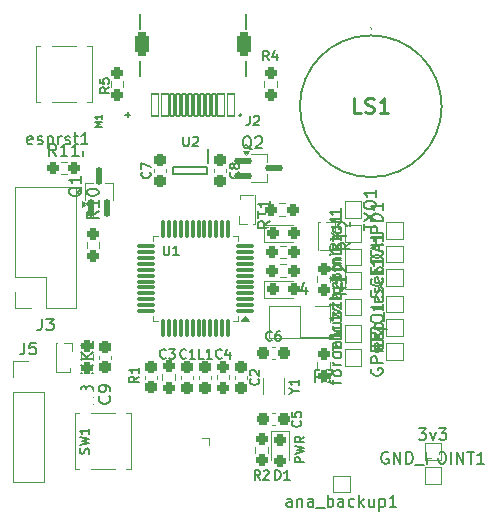
<source format=gto>
G04 #@! TF.GenerationSoftware,KiCad,Pcbnew,8.0.1*
G04 #@! TF.CreationDate,2024-04-26T17:57:17-05:00*
G04 #@! TF.ProjectId,HCIPCB_ATSAMD21G18_template,48434950-4342-45f4-9154-53414d443231,rev?*
G04 #@! TF.SameCoordinates,Original*
G04 #@! TF.FileFunction,Legend,Top*
G04 #@! TF.FilePolarity,Positive*
%FSLAX46Y46*%
G04 Gerber Fmt 4.6, Leading zero omitted, Abs format (unit mm)*
G04 Created by KiCad (PCBNEW 8.0.1) date 2024-04-26 17:57:17*
%MOMM*%
%LPD*%
G01*
G04 APERTURE LIST*
G04 Aperture macros list*
%AMRoundRect*
0 Rectangle with rounded corners*
0 $1 Rounding radius*
0 $2 $3 $4 $5 $6 $7 $8 $9 X,Y pos of 4 corners*
0 Add a 4 corners polygon primitive as box body*
4,1,4,$2,$3,$4,$5,$6,$7,$8,$9,$2,$3,0*
0 Add four circle primitives for the rounded corners*
1,1,$1+$1,$2,$3*
1,1,$1+$1,$4,$5*
1,1,$1+$1,$6,$7*
1,1,$1+$1,$8,$9*
0 Add four rect primitives between the rounded corners*
20,1,$1+$1,$2,$3,$4,$5,0*
20,1,$1+$1,$4,$5,$6,$7,0*
20,1,$1+$1,$6,$7,$8,$9,0*
20,1,$1+$1,$8,$9,$2,$3,0*%
G04 Aperture macros list end*
%ADD10C,0.150000*%
%ADD11C,0.254000*%
%ADD12C,0.127000*%
%ADD13C,0.120000*%
%ADD14C,0.200000*%
%ADD15C,0.100000*%
%ADD16R,0.850000X0.850000*%
%ADD17O,0.850000X0.850000*%
%ADD18R,1.000000X1.000000*%
%ADD19RoundRect,0.237500X-0.237500X0.287500X-0.237500X-0.287500X0.237500X-0.287500X0.237500X0.287500X0*%
%ADD20RoundRect,0.237500X-0.250000X-0.237500X0.250000X-0.237500X0.250000X0.237500X-0.250000X0.237500X0*%
%ADD21RoundRect,0.237500X-0.237500X0.300000X-0.237500X-0.300000X0.237500X-0.300000X0.237500X0.300000X0*%
%ADD22RoundRect,0.075000X0.662500X0.075000X-0.662500X0.075000X-0.662500X-0.075000X0.662500X-0.075000X0*%
%ADD23RoundRect,0.075000X0.075000X0.662500X-0.075000X0.662500X-0.075000X-0.662500X0.075000X-0.662500X0*%
%ADD24RoundRect,0.237500X0.237500X-0.287500X0.237500X0.287500X-0.237500X0.287500X-0.237500X-0.287500X0*%
%ADD25RoundRect,0.237500X-0.237500X0.250000X-0.237500X-0.250000X0.237500X-0.250000X0.237500X0.250000X0*%
%ADD26RoundRect,0.237500X-0.287500X-0.237500X0.287500X-0.237500X0.287500X0.237500X-0.287500X0.237500X0*%
%ADD27RoundRect,0.237500X0.237500X-0.250000X0.237500X0.250000X-0.237500X0.250000X-0.237500X-0.250000X0*%
%ADD28RoundRect,0.237500X-0.300000X-0.237500X0.300000X-0.237500X0.300000X0.237500X-0.300000X0.237500X0*%
%ADD29C,0.650000*%
%ADD30RoundRect,0.075000X0.300000X0.960000X-0.300000X0.960000X-0.300000X-0.960000X0.300000X-0.960000X0*%
%ADD31RoundRect,0.075000X0.150000X0.960000X-0.150000X0.960000X-0.150000X-0.960000X0.150000X-0.960000X0*%
%ADD32O,1.204000X2.304000*%
%ADD33RoundRect,0.301000X0.301000X0.701000X-0.301000X0.701000X-0.301000X-0.701000X0.301000X-0.701000X0*%
%ADD34R,1.300000X1.300000*%
%ADD35C,1.300000*%
%ADD36R,1.400000X1.600000*%
%ADD37RoundRect,0.112500X-0.112500X-0.637500X0.112500X-0.637500X0.112500X0.637500X-0.112500X0.637500X0*%
%ADD38R,1.700000X1.700000*%
%ADD39O,1.700000X1.700000*%
%ADD40RoundRect,0.237500X0.237500X-0.300000X0.237500X0.300000X-0.237500X0.300000X-0.237500X-0.300000X0*%
%ADD41RoundRect,0.237500X0.250000X0.237500X-0.250000X0.237500X-0.250000X-0.237500X0.250000X-0.237500X0*%
%ADD42C,1.879600*%
%ADD43R,0.600000X1.200000*%
%ADD44RoundRect,0.112500X-0.637500X0.112500X-0.637500X-0.112500X0.637500X-0.112500X0.637500X0.112500X0*%
%ADD45C,2.374900*%
%ADD46C,0.990600*%
%ADD47C,0.787400*%
%ADD48R,1.800000X1.000000*%
G04 APERTURE END LIST*
D10*
X130862295Y-116382666D02*
X130062295Y-116382666D01*
X130062295Y-116382666D02*
X130062295Y-116077904D01*
X130062295Y-116077904D02*
X130100390Y-116001714D01*
X130100390Y-116001714D02*
X130138485Y-115963619D01*
X130138485Y-115963619D02*
X130214676Y-115925523D01*
X130214676Y-115925523D02*
X130328961Y-115925523D01*
X130328961Y-115925523D02*
X130405152Y-115963619D01*
X130405152Y-115963619D02*
X130443247Y-116001714D01*
X130443247Y-116001714D02*
X130481342Y-116077904D01*
X130481342Y-116077904D02*
X130481342Y-116382666D01*
X130062295Y-115658857D02*
X130862295Y-115468381D01*
X130862295Y-115468381D02*
X130290866Y-115316000D01*
X130290866Y-115316000D02*
X130862295Y-115163619D01*
X130862295Y-115163619D02*
X130062295Y-114973143D01*
X130862295Y-114211237D02*
X130481342Y-114477904D01*
X130862295Y-114668380D02*
X130062295Y-114668380D01*
X130062295Y-114668380D02*
X130062295Y-114363618D01*
X130062295Y-114363618D02*
X130100390Y-114287428D01*
X130100390Y-114287428D02*
X130138485Y-114249333D01*
X130138485Y-114249333D02*
X130214676Y-114211237D01*
X130214676Y-114211237D02*
X130328961Y-114211237D01*
X130328961Y-114211237D02*
X130405152Y-114249333D01*
X130405152Y-114249333D02*
X130443247Y-114287428D01*
X130443247Y-114287428D02*
X130481342Y-114363618D01*
X130481342Y-114363618D02*
X130481342Y-114668380D01*
X112954819Y-108809523D02*
X111954819Y-108809523D01*
X111954819Y-108809523D02*
X112669104Y-108476190D01*
X112669104Y-108476190D02*
X111954819Y-108142857D01*
X111954819Y-108142857D02*
X112954819Y-108142857D01*
X112954819Y-107666666D02*
X111954819Y-107666666D01*
X112954819Y-107095238D02*
X112383390Y-107523809D01*
X111954819Y-107095238D02*
X112526247Y-107666666D01*
X112954819Y-106142857D02*
X112954819Y-106714285D01*
X112954819Y-106428571D02*
X111954819Y-106428571D01*
X111954819Y-106428571D02*
X112097676Y-106523809D01*
X112097676Y-106523809D02*
X112192914Y-106619047D01*
X112192914Y-106619047D02*
X112240533Y-106714285D01*
X133340152Y-103214285D02*
X133340152Y-102833333D01*
X133006819Y-103071428D02*
X133863961Y-103071428D01*
X133863961Y-103071428D02*
X133959200Y-103023809D01*
X133959200Y-103023809D02*
X134006819Y-102928571D01*
X134006819Y-102928571D02*
X134006819Y-102833333D01*
X134006819Y-102499999D02*
X133006819Y-102499999D01*
X134006819Y-102071428D02*
X133483009Y-102071428D01*
X133483009Y-102071428D02*
X133387771Y-102119047D01*
X133387771Y-102119047D02*
X133340152Y-102214285D01*
X133340152Y-102214285D02*
X133340152Y-102357142D01*
X133340152Y-102357142D02*
X133387771Y-102452380D01*
X133387771Y-102452380D02*
X133435390Y-102499999D01*
X133959200Y-101214285D02*
X134006819Y-101309523D01*
X134006819Y-101309523D02*
X134006819Y-101499999D01*
X134006819Y-101499999D02*
X133959200Y-101595237D01*
X133959200Y-101595237D02*
X133863961Y-101642856D01*
X133863961Y-101642856D02*
X133483009Y-101642856D01*
X133483009Y-101642856D02*
X133387771Y-101595237D01*
X133387771Y-101595237D02*
X133340152Y-101499999D01*
X133340152Y-101499999D02*
X133340152Y-101309523D01*
X133340152Y-101309523D02*
X133387771Y-101214285D01*
X133387771Y-101214285D02*
X133483009Y-101166666D01*
X133483009Y-101166666D02*
X133578247Y-101166666D01*
X133578247Y-101166666D02*
X133673485Y-101642856D01*
X134006819Y-100738094D02*
X133340152Y-100738094D01*
X133530628Y-100738094D02*
X133435390Y-100690475D01*
X133435390Y-100690475D02*
X133387771Y-100642856D01*
X133387771Y-100642856D02*
X133340152Y-100547618D01*
X133340152Y-100547618D02*
X133340152Y-100452380D01*
X134006819Y-100119046D02*
X133340152Y-100119046D01*
X133435390Y-100119046D02*
X133387771Y-100071427D01*
X133387771Y-100071427D02*
X133340152Y-99976189D01*
X133340152Y-99976189D02*
X133340152Y-99833332D01*
X133340152Y-99833332D02*
X133387771Y-99738094D01*
X133387771Y-99738094D02*
X133483009Y-99690475D01*
X133483009Y-99690475D02*
X134006819Y-99690475D01*
X133483009Y-99690475D02*
X133387771Y-99642856D01*
X133387771Y-99642856D02*
X133340152Y-99547618D01*
X133340152Y-99547618D02*
X133340152Y-99404761D01*
X133340152Y-99404761D02*
X133387771Y-99309522D01*
X133387771Y-99309522D02*
X133483009Y-99261903D01*
X133483009Y-99261903D02*
X134006819Y-99261903D01*
X134006819Y-98785713D02*
X133340152Y-98785713D01*
X133006819Y-98785713D02*
X133054438Y-98833332D01*
X133054438Y-98833332D02*
X133102057Y-98785713D01*
X133102057Y-98785713D02*
X133054438Y-98738094D01*
X133054438Y-98738094D02*
X133006819Y-98785713D01*
X133006819Y-98785713D02*
X133102057Y-98785713D01*
X133959200Y-98357142D02*
X134006819Y-98261904D01*
X134006819Y-98261904D02*
X134006819Y-98071428D01*
X134006819Y-98071428D02*
X133959200Y-97976190D01*
X133959200Y-97976190D02*
X133863961Y-97928571D01*
X133863961Y-97928571D02*
X133816342Y-97928571D01*
X133816342Y-97928571D02*
X133721104Y-97976190D01*
X133721104Y-97976190D02*
X133673485Y-98071428D01*
X133673485Y-98071428D02*
X133673485Y-98214285D01*
X133673485Y-98214285D02*
X133625866Y-98309523D01*
X133625866Y-98309523D02*
X133530628Y-98357142D01*
X133530628Y-98357142D02*
X133483009Y-98357142D01*
X133483009Y-98357142D02*
X133387771Y-98309523D01*
X133387771Y-98309523D02*
X133340152Y-98214285D01*
X133340152Y-98214285D02*
X133340152Y-98071428D01*
X133340152Y-98071428D02*
X133387771Y-97976190D01*
X133340152Y-97642856D02*
X133340152Y-97261904D01*
X133006819Y-97499999D02*
X133863961Y-97499999D01*
X133863961Y-97499999D02*
X133959200Y-97452380D01*
X133959200Y-97452380D02*
X134006819Y-97357142D01*
X134006819Y-97357142D02*
X134006819Y-97261904D01*
X134006819Y-96785713D02*
X133959200Y-96880951D01*
X133959200Y-96880951D02*
X133911580Y-96928570D01*
X133911580Y-96928570D02*
X133816342Y-96976189D01*
X133816342Y-96976189D02*
X133530628Y-96976189D01*
X133530628Y-96976189D02*
X133435390Y-96928570D01*
X133435390Y-96928570D02*
X133387771Y-96880951D01*
X133387771Y-96880951D02*
X133340152Y-96785713D01*
X133340152Y-96785713D02*
X133340152Y-96642856D01*
X133340152Y-96642856D02*
X133387771Y-96547618D01*
X133387771Y-96547618D02*
X133435390Y-96499999D01*
X133435390Y-96499999D02*
X133530628Y-96452380D01*
X133530628Y-96452380D02*
X133816342Y-96452380D01*
X133816342Y-96452380D02*
X133911580Y-96499999D01*
X133911580Y-96499999D02*
X133959200Y-96547618D01*
X133959200Y-96547618D02*
X134006819Y-96642856D01*
X134006819Y-96642856D02*
X134006819Y-96785713D01*
X134006819Y-96023808D02*
X133340152Y-96023808D01*
X133530628Y-96023808D02*
X133435390Y-95976189D01*
X133435390Y-95976189D02*
X133387771Y-95928570D01*
X133387771Y-95928570D02*
X133340152Y-95833332D01*
X133340152Y-95833332D02*
X133340152Y-95738094D01*
X134006819Y-94880951D02*
X134006819Y-95452379D01*
X134006819Y-95166665D02*
X133006819Y-95166665D01*
X133006819Y-95166665D02*
X133149676Y-95261903D01*
X133149676Y-95261903D02*
X133244914Y-95357141D01*
X133244914Y-95357141D02*
X133292533Y-95452379D01*
X134006819Y-107071427D02*
X133340152Y-107071427D01*
X133435390Y-107071427D02*
X133387771Y-107023808D01*
X133387771Y-107023808D02*
X133340152Y-106928570D01*
X133340152Y-106928570D02*
X133340152Y-106785713D01*
X133340152Y-106785713D02*
X133387771Y-106690475D01*
X133387771Y-106690475D02*
X133483009Y-106642856D01*
X133483009Y-106642856D02*
X134006819Y-106642856D01*
X133483009Y-106642856D02*
X133387771Y-106595237D01*
X133387771Y-106595237D02*
X133340152Y-106499999D01*
X133340152Y-106499999D02*
X133340152Y-106357142D01*
X133340152Y-106357142D02*
X133387771Y-106261903D01*
X133387771Y-106261903D02*
X133483009Y-106214284D01*
X133483009Y-106214284D02*
X134006819Y-106214284D01*
X134006819Y-105738094D02*
X133340152Y-105738094D01*
X133006819Y-105738094D02*
X133054438Y-105785713D01*
X133054438Y-105785713D02*
X133102057Y-105738094D01*
X133102057Y-105738094D02*
X133054438Y-105690475D01*
X133054438Y-105690475D02*
X133006819Y-105738094D01*
X133006819Y-105738094D02*
X133102057Y-105738094D01*
X133959200Y-104833333D02*
X134006819Y-104928571D01*
X134006819Y-104928571D02*
X134006819Y-105119047D01*
X134006819Y-105119047D02*
X133959200Y-105214285D01*
X133959200Y-105214285D02*
X133911580Y-105261904D01*
X133911580Y-105261904D02*
X133816342Y-105309523D01*
X133816342Y-105309523D02*
X133530628Y-105309523D01*
X133530628Y-105309523D02*
X133435390Y-105261904D01*
X133435390Y-105261904D02*
X133387771Y-105214285D01*
X133387771Y-105214285D02*
X133340152Y-105119047D01*
X133340152Y-105119047D02*
X133340152Y-104928571D01*
X133340152Y-104928571D02*
X133387771Y-104833333D01*
X134006819Y-103880952D02*
X134006819Y-104452380D01*
X134006819Y-104166666D02*
X133006819Y-104166666D01*
X133006819Y-104166666D02*
X133149676Y-104261904D01*
X133149676Y-104261904D02*
X133244914Y-104357142D01*
X133244914Y-104357142D02*
X133292533Y-104452380D01*
X128409524Y-117862295D02*
X128409524Y-117062295D01*
X128409524Y-117062295D02*
X128600000Y-117062295D01*
X128600000Y-117062295D02*
X128714286Y-117100390D01*
X128714286Y-117100390D02*
X128790476Y-117176580D01*
X128790476Y-117176580D02*
X128828571Y-117252771D01*
X128828571Y-117252771D02*
X128866667Y-117405152D01*
X128866667Y-117405152D02*
X128866667Y-117519438D01*
X128866667Y-117519438D02*
X128828571Y-117671819D01*
X128828571Y-117671819D02*
X128790476Y-117748009D01*
X128790476Y-117748009D02*
X128714286Y-117824200D01*
X128714286Y-117824200D02*
X128600000Y-117862295D01*
X128600000Y-117862295D02*
X128409524Y-117862295D01*
X129628571Y-117862295D02*
X129171428Y-117862295D01*
X129400000Y-117862295D02*
X129400000Y-117062295D01*
X129400000Y-117062295D02*
X129323809Y-117176580D01*
X129323809Y-117176580D02*
X129247619Y-117252771D01*
X129247619Y-117252771D02*
X129171428Y-117290866D01*
X137411580Y-98440476D02*
X137459200Y-98488095D01*
X137459200Y-98488095D02*
X137506819Y-98630952D01*
X137506819Y-98630952D02*
X137506819Y-98726190D01*
X137506819Y-98726190D02*
X137459200Y-98869047D01*
X137459200Y-98869047D02*
X137363961Y-98964285D01*
X137363961Y-98964285D02*
X137268723Y-99011904D01*
X137268723Y-99011904D02*
X137078247Y-99059523D01*
X137078247Y-99059523D02*
X136935390Y-99059523D01*
X136935390Y-99059523D02*
X136744914Y-99011904D01*
X136744914Y-99011904D02*
X136649676Y-98964285D01*
X136649676Y-98964285D02*
X136554438Y-98869047D01*
X136554438Y-98869047D02*
X136506819Y-98726190D01*
X136506819Y-98726190D02*
X136506819Y-98630952D01*
X136506819Y-98630952D02*
X136554438Y-98488095D01*
X136554438Y-98488095D02*
X136602057Y-98440476D01*
X137506819Y-98011904D02*
X136506819Y-98011904D01*
X136983009Y-98011904D02*
X136983009Y-97440476D01*
X137506819Y-97440476D02*
X136506819Y-97440476D01*
X137506819Y-96964285D02*
X136506819Y-96964285D01*
X136506819Y-96964285D02*
X136506819Y-96583333D01*
X136506819Y-96583333D02*
X136554438Y-96488095D01*
X136554438Y-96488095D02*
X136602057Y-96440476D01*
X136602057Y-96440476D02*
X136697295Y-96392857D01*
X136697295Y-96392857D02*
X136840152Y-96392857D01*
X136840152Y-96392857D02*
X136935390Y-96440476D01*
X136935390Y-96440476D02*
X136983009Y-96488095D01*
X136983009Y-96488095D02*
X137030628Y-96583333D01*
X137030628Y-96583333D02*
X137030628Y-96964285D01*
X137506819Y-95964285D02*
X136506819Y-95964285D01*
X136506819Y-95964285D02*
X136506819Y-95726190D01*
X136506819Y-95726190D02*
X136554438Y-95583333D01*
X136554438Y-95583333D02*
X136649676Y-95488095D01*
X136649676Y-95488095D02*
X136744914Y-95440476D01*
X136744914Y-95440476D02*
X136935390Y-95392857D01*
X136935390Y-95392857D02*
X137078247Y-95392857D01*
X137078247Y-95392857D02*
X137268723Y-95440476D01*
X137268723Y-95440476D02*
X137363961Y-95488095D01*
X137363961Y-95488095D02*
X137459200Y-95583333D01*
X137459200Y-95583333D02*
X137506819Y-95726190D01*
X137506819Y-95726190D02*
X137506819Y-95964285D01*
X137506819Y-94440476D02*
X137506819Y-95011904D01*
X137506819Y-94726190D02*
X136506819Y-94726190D01*
X136506819Y-94726190D02*
X136649676Y-94821428D01*
X136649676Y-94821428D02*
X136744914Y-94916666D01*
X136744914Y-94916666D02*
X136792533Y-95011904D01*
X137459200Y-100440475D02*
X137506819Y-100297618D01*
X137506819Y-100297618D02*
X137506819Y-100059523D01*
X137506819Y-100059523D02*
X137459200Y-99964285D01*
X137459200Y-99964285D02*
X137411580Y-99916666D01*
X137411580Y-99916666D02*
X137316342Y-99869047D01*
X137316342Y-99869047D02*
X137221104Y-99869047D01*
X137221104Y-99869047D02*
X137125866Y-99916666D01*
X137125866Y-99916666D02*
X137078247Y-99964285D01*
X137078247Y-99964285D02*
X137030628Y-100059523D01*
X137030628Y-100059523D02*
X136983009Y-100249999D01*
X136983009Y-100249999D02*
X136935390Y-100345237D01*
X136935390Y-100345237D02*
X136887771Y-100392856D01*
X136887771Y-100392856D02*
X136792533Y-100440475D01*
X136792533Y-100440475D02*
X136697295Y-100440475D01*
X136697295Y-100440475D02*
X136602057Y-100392856D01*
X136602057Y-100392856D02*
X136554438Y-100345237D01*
X136554438Y-100345237D02*
X136506819Y-100249999D01*
X136506819Y-100249999D02*
X136506819Y-100011904D01*
X136506819Y-100011904D02*
X136554438Y-99869047D01*
X137506819Y-99440475D02*
X136506819Y-99440475D01*
X136506819Y-99440475D02*
X136506819Y-99202380D01*
X136506819Y-99202380D02*
X136554438Y-99059523D01*
X136554438Y-99059523D02*
X136649676Y-98964285D01*
X136649676Y-98964285D02*
X136744914Y-98916666D01*
X136744914Y-98916666D02*
X136935390Y-98869047D01*
X136935390Y-98869047D02*
X137078247Y-98869047D01*
X137078247Y-98869047D02*
X137268723Y-98916666D01*
X137268723Y-98916666D02*
X137363961Y-98964285D01*
X137363961Y-98964285D02*
X137459200Y-99059523D01*
X137459200Y-99059523D02*
X137506819Y-99202380D01*
X137506819Y-99202380D02*
X137506819Y-99440475D01*
X137221104Y-98488094D02*
X137221104Y-98011904D01*
X137506819Y-98583332D02*
X136506819Y-98249999D01*
X136506819Y-98249999D02*
X137506819Y-97916666D01*
X137506819Y-97059523D02*
X137506819Y-97630951D01*
X137506819Y-97345237D02*
X136506819Y-97345237D01*
X136506819Y-97345237D02*
X136649676Y-97440475D01*
X136649676Y-97440475D02*
X136744914Y-97535713D01*
X136744914Y-97535713D02*
X136792533Y-97630951D01*
X119152667Y-107536104D02*
X119114571Y-107574200D01*
X119114571Y-107574200D02*
X119000286Y-107612295D01*
X119000286Y-107612295D02*
X118924095Y-107612295D01*
X118924095Y-107612295D02*
X118809809Y-107574200D01*
X118809809Y-107574200D02*
X118733619Y-107498009D01*
X118733619Y-107498009D02*
X118695524Y-107421819D01*
X118695524Y-107421819D02*
X118657428Y-107269438D01*
X118657428Y-107269438D02*
X118657428Y-107155152D01*
X118657428Y-107155152D02*
X118695524Y-107002771D01*
X118695524Y-107002771D02*
X118733619Y-106926580D01*
X118733619Y-106926580D02*
X118809809Y-106850390D01*
X118809809Y-106850390D02*
X118924095Y-106812295D01*
X118924095Y-106812295D02*
X119000286Y-106812295D01*
X119000286Y-106812295D02*
X119114571Y-106850390D01*
X119114571Y-106850390D02*
X119152667Y-106888485D01*
X119419333Y-106812295D02*
X119914571Y-106812295D01*
X119914571Y-106812295D02*
X119647905Y-107117057D01*
X119647905Y-107117057D02*
X119762190Y-107117057D01*
X119762190Y-107117057D02*
X119838381Y-107155152D01*
X119838381Y-107155152D02*
X119876476Y-107193247D01*
X119876476Y-107193247D02*
X119914571Y-107269438D01*
X119914571Y-107269438D02*
X119914571Y-107459914D01*
X119914571Y-107459914D02*
X119876476Y-107536104D01*
X119876476Y-107536104D02*
X119838381Y-107574200D01*
X119838381Y-107574200D02*
X119762190Y-107612295D01*
X119762190Y-107612295D02*
X119533619Y-107612295D01*
X119533619Y-107612295D02*
X119457428Y-107574200D01*
X119457428Y-107574200D02*
X119419333Y-107536104D01*
X118990476Y-98062295D02*
X118990476Y-98709914D01*
X118990476Y-98709914D02*
X119028571Y-98786104D01*
X119028571Y-98786104D02*
X119066666Y-98824200D01*
X119066666Y-98824200D02*
X119142857Y-98862295D01*
X119142857Y-98862295D02*
X119295238Y-98862295D01*
X119295238Y-98862295D02*
X119371428Y-98824200D01*
X119371428Y-98824200D02*
X119409523Y-98786104D01*
X119409523Y-98786104D02*
X119447619Y-98709914D01*
X119447619Y-98709914D02*
X119447619Y-98062295D01*
X120247618Y-98862295D02*
X119790475Y-98862295D01*
X120019047Y-98862295D02*
X120019047Y-98062295D01*
X120019047Y-98062295D02*
X119942856Y-98176580D01*
X119942856Y-98176580D02*
X119866666Y-98252771D01*
X119866666Y-98252771D02*
X119790475Y-98290866D01*
X122366666Y-107612295D02*
X121985714Y-107612295D01*
X121985714Y-107612295D02*
X121985714Y-106812295D01*
X123052380Y-107612295D02*
X122595237Y-107612295D01*
X122823809Y-107612295D02*
X122823809Y-106812295D01*
X122823809Y-106812295D02*
X122747618Y-106926580D01*
X122747618Y-106926580D02*
X122671428Y-107002771D01*
X122671428Y-107002771D02*
X122595237Y-107040866D01*
X134384819Y-101555357D02*
X133908628Y-101888690D01*
X134384819Y-102126785D02*
X133384819Y-102126785D01*
X133384819Y-102126785D02*
X133384819Y-101745833D01*
X133384819Y-101745833D02*
X133432438Y-101650595D01*
X133432438Y-101650595D02*
X133480057Y-101602976D01*
X133480057Y-101602976D02*
X133575295Y-101555357D01*
X133575295Y-101555357D02*
X133718152Y-101555357D01*
X133718152Y-101555357D02*
X133813390Y-101602976D01*
X133813390Y-101602976D02*
X133861009Y-101650595D01*
X133861009Y-101650595D02*
X133908628Y-101745833D01*
X133908628Y-101745833D02*
X133908628Y-102126785D01*
X134384819Y-100602976D02*
X134384819Y-101174404D01*
X134384819Y-100888690D02*
X133384819Y-100888690D01*
X133384819Y-100888690D02*
X133527676Y-100983928D01*
X133527676Y-100983928D02*
X133622914Y-101079166D01*
X133622914Y-101079166D02*
X133670533Y-101174404D01*
X133480057Y-100222023D02*
X133432438Y-100174404D01*
X133432438Y-100174404D02*
X133384819Y-100079166D01*
X133384819Y-100079166D02*
X133384819Y-99841071D01*
X133384819Y-99841071D02*
X133432438Y-99745833D01*
X133432438Y-99745833D02*
X133480057Y-99698214D01*
X133480057Y-99698214D02*
X133575295Y-99650595D01*
X133575295Y-99650595D02*
X133670533Y-99650595D01*
X133670533Y-99650595D02*
X133813390Y-99698214D01*
X133813390Y-99698214D02*
X134384819Y-100269642D01*
X134384819Y-100269642D02*
X134384819Y-99650595D01*
X112954819Y-110891666D02*
X112478628Y-111224999D01*
X112954819Y-111463094D02*
X111954819Y-111463094D01*
X111954819Y-111463094D02*
X111954819Y-111082142D01*
X111954819Y-111082142D02*
X112002438Y-110986904D01*
X112002438Y-110986904D02*
X112050057Y-110939285D01*
X112050057Y-110939285D02*
X112145295Y-110891666D01*
X112145295Y-110891666D02*
X112288152Y-110891666D01*
X112288152Y-110891666D02*
X112383390Y-110939285D01*
X112383390Y-110939285D02*
X112431009Y-110986904D01*
X112431009Y-110986904D02*
X112478628Y-111082142D01*
X112478628Y-111082142D02*
X112478628Y-111463094D01*
X112383390Y-110320237D02*
X112335771Y-110415475D01*
X112335771Y-110415475D02*
X112288152Y-110463094D01*
X112288152Y-110463094D02*
X112192914Y-110510713D01*
X112192914Y-110510713D02*
X112145295Y-110510713D01*
X112145295Y-110510713D02*
X112050057Y-110463094D01*
X112050057Y-110463094D02*
X112002438Y-110415475D01*
X112002438Y-110415475D02*
X111954819Y-110320237D01*
X111954819Y-110320237D02*
X111954819Y-110129761D01*
X111954819Y-110129761D02*
X112002438Y-110034523D01*
X112002438Y-110034523D02*
X112050057Y-109986904D01*
X112050057Y-109986904D02*
X112145295Y-109939285D01*
X112145295Y-109939285D02*
X112192914Y-109939285D01*
X112192914Y-109939285D02*
X112288152Y-109986904D01*
X112288152Y-109986904D02*
X112335771Y-110034523D01*
X112335771Y-110034523D02*
X112383390Y-110129761D01*
X112383390Y-110129761D02*
X112383390Y-110320237D01*
X112383390Y-110320237D02*
X112431009Y-110415475D01*
X112431009Y-110415475D02*
X112478628Y-110463094D01*
X112478628Y-110463094D02*
X112573866Y-110510713D01*
X112573866Y-110510713D02*
X112764342Y-110510713D01*
X112764342Y-110510713D02*
X112859580Y-110463094D01*
X112859580Y-110463094D02*
X112907200Y-110415475D01*
X112907200Y-110415475D02*
X112954819Y-110320237D01*
X112954819Y-110320237D02*
X112954819Y-110129761D01*
X112954819Y-110129761D02*
X112907200Y-110034523D01*
X112907200Y-110034523D02*
X112859580Y-109986904D01*
X112859580Y-109986904D02*
X112764342Y-109939285D01*
X112764342Y-109939285D02*
X112573866Y-109939285D01*
X112573866Y-109939285D02*
X112478628Y-109986904D01*
X112478628Y-109986904D02*
X112431009Y-110034523D01*
X112431009Y-110034523D02*
X112383390Y-110129761D01*
X128116667Y-106024104D02*
X128078571Y-106062200D01*
X128078571Y-106062200D02*
X127964286Y-106100295D01*
X127964286Y-106100295D02*
X127888095Y-106100295D01*
X127888095Y-106100295D02*
X127773809Y-106062200D01*
X127773809Y-106062200D02*
X127697619Y-105986009D01*
X127697619Y-105986009D02*
X127659524Y-105909819D01*
X127659524Y-105909819D02*
X127621428Y-105757438D01*
X127621428Y-105757438D02*
X127621428Y-105643152D01*
X127621428Y-105643152D02*
X127659524Y-105490771D01*
X127659524Y-105490771D02*
X127697619Y-105414580D01*
X127697619Y-105414580D02*
X127773809Y-105338390D01*
X127773809Y-105338390D02*
X127888095Y-105300295D01*
X127888095Y-105300295D02*
X127964286Y-105300295D01*
X127964286Y-105300295D02*
X128078571Y-105338390D01*
X128078571Y-105338390D02*
X128116667Y-105376485D01*
X128802381Y-105300295D02*
X128650000Y-105300295D01*
X128650000Y-105300295D02*
X128573809Y-105338390D01*
X128573809Y-105338390D02*
X128535714Y-105376485D01*
X128535714Y-105376485D02*
X128459524Y-105490771D01*
X128459524Y-105490771D02*
X128421428Y-105643152D01*
X128421428Y-105643152D02*
X128421428Y-105947914D01*
X128421428Y-105947914D02*
X128459524Y-106024104D01*
X128459524Y-106024104D02*
X128497619Y-106062200D01*
X128497619Y-106062200D02*
X128573809Y-106100295D01*
X128573809Y-106100295D02*
X128726190Y-106100295D01*
X128726190Y-106100295D02*
X128802381Y-106062200D01*
X128802381Y-106062200D02*
X128840476Y-106024104D01*
X128840476Y-106024104D02*
X128878571Y-105947914D01*
X128878571Y-105947914D02*
X128878571Y-105757438D01*
X128878571Y-105757438D02*
X128840476Y-105681247D01*
X128840476Y-105681247D02*
X128802381Y-105643152D01*
X128802381Y-105643152D02*
X128726190Y-105605057D01*
X128726190Y-105605057D02*
X128573809Y-105605057D01*
X128573809Y-105605057D02*
X128497619Y-105643152D01*
X128497619Y-105643152D02*
X128459524Y-105681247D01*
X128459524Y-105681247D02*
X128421428Y-105757438D01*
X123866667Y-107536104D02*
X123828571Y-107574200D01*
X123828571Y-107574200D02*
X123714286Y-107612295D01*
X123714286Y-107612295D02*
X123638095Y-107612295D01*
X123638095Y-107612295D02*
X123523809Y-107574200D01*
X123523809Y-107574200D02*
X123447619Y-107498009D01*
X123447619Y-107498009D02*
X123409524Y-107421819D01*
X123409524Y-107421819D02*
X123371428Y-107269438D01*
X123371428Y-107269438D02*
X123371428Y-107155152D01*
X123371428Y-107155152D02*
X123409524Y-107002771D01*
X123409524Y-107002771D02*
X123447619Y-106926580D01*
X123447619Y-106926580D02*
X123523809Y-106850390D01*
X123523809Y-106850390D02*
X123638095Y-106812295D01*
X123638095Y-106812295D02*
X123714286Y-106812295D01*
X123714286Y-106812295D02*
X123828571Y-106850390D01*
X123828571Y-106850390D02*
X123866667Y-106888485D01*
X124552381Y-107078961D02*
X124552381Y-107612295D01*
X124361905Y-106774200D02*
X124171428Y-107345628D01*
X124171428Y-107345628D02*
X124666667Y-107345628D01*
X126979936Y-109340085D02*
X127018032Y-109378181D01*
X127018032Y-109378181D02*
X127056127Y-109492466D01*
X127056127Y-109492466D02*
X127056127Y-109568657D01*
X127056127Y-109568657D02*
X127018032Y-109682943D01*
X127018032Y-109682943D02*
X126941841Y-109759133D01*
X126941841Y-109759133D02*
X126865651Y-109797228D01*
X126865651Y-109797228D02*
X126713270Y-109835324D01*
X126713270Y-109835324D02*
X126598984Y-109835324D01*
X126598984Y-109835324D02*
X126446603Y-109797228D01*
X126446603Y-109797228D02*
X126370412Y-109759133D01*
X126370412Y-109759133D02*
X126294222Y-109682943D01*
X126294222Y-109682943D02*
X126256127Y-109568657D01*
X126256127Y-109568657D02*
X126256127Y-109492466D01*
X126256127Y-109492466D02*
X126294222Y-109378181D01*
X126294222Y-109378181D02*
X126332317Y-109340085D01*
X126332317Y-109035324D02*
X126294222Y-108997228D01*
X126294222Y-108997228D02*
X126256127Y-108921038D01*
X126256127Y-108921038D02*
X126256127Y-108730562D01*
X126256127Y-108730562D02*
X126294222Y-108654371D01*
X126294222Y-108654371D02*
X126332317Y-108616276D01*
X126332317Y-108616276D02*
X126408508Y-108578181D01*
X126408508Y-108578181D02*
X126484698Y-108578181D01*
X126484698Y-108578181D02*
X126598984Y-108616276D01*
X126598984Y-108616276D02*
X127056127Y-109073419D01*
X127056127Y-109073419D02*
X127056127Y-108578181D01*
X126233333Y-87062295D02*
X126233333Y-87633723D01*
X126233333Y-87633723D02*
X126195238Y-87748009D01*
X126195238Y-87748009D02*
X126119047Y-87824200D01*
X126119047Y-87824200D02*
X126004762Y-87862295D01*
X126004762Y-87862295D02*
X125928571Y-87862295D01*
X126576190Y-87138485D02*
X126614286Y-87100390D01*
X126614286Y-87100390D02*
X126690476Y-87062295D01*
X126690476Y-87062295D02*
X126880952Y-87062295D01*
X126880952Y-87062295D02*
X126957143Y-87100390D01*
X126957143Y-87100390D02*
X126995238Y-87138485D01*
X126995238Y-87138485D02*
X127033333Y-87214676D01*
X127033333Y-87214676D02*
X127033333Y-87290866D01*
X127033333Y-87290866D02*
X126995238Y-87405152D01*
X126995238Y-87405152D02*
X126538095Y-87862295D01*
X126538095Y-87862295D02*
X127033333Y-87862295D01*
X134006819Y-105940476D02*
X133006819Y-105940476D01*
X133387771Y-105940476D02*
X133340152Y-105845238D01*
X133340152Y-105845238D02*
X133340152Y-105654762D01*
X133340152Y-105654762D02*
X133387771Y-105559524D01*
X133387771Y-105559524D02*
X133435390Y-105511905D01*
X133435390Y-105511905D02*
X133530628Y-105464286D01*
X133530628Y-105464286D02*
X133816342Y-105464286D01*
X133816342Y-105464286D02*
X133911580Y-105511905D01*
X133911580Y-105511905D02*
X133959200Y-105559524D01*
X133959200Y-105559524D02*
X134006819Y-105654762D01*
X134006819Y-105654762D02*
X134006819Y-105845238D01*
X134006819Y-105845238D02*
X133959200Y-105940476D01*
X133340152Y-104607143D02*
X134006819Y-104607143D01*
X133340152Y-105035714D02*
X133863961Y-105035714D01*
X133863961Y-105035714D02*
X133959200Y-104988095D01*
X133959200Y-104988095D02*
X134006819Y-104892857D01*
X134006819Y-104892857D02*
X134006819Y-104750000D01*
X134006819Y-104750000D02*
X133959200Y-104654762D01*
X133959200Y-104654762D02*
X133911580Y-104607143D01*
X133340152Y-104226190D02*
X133340152Y-103702381D01*
X133340152Y-103702381D02*
X134006819Y-104226190D01*
X134006819Y-104226190D02*
X134006819Y-103702381D01*
X133340152Y-103416666D02*
X133340152Y-102892857D01*
X133340152Y-102892857D02*
X134006819Y-103416666D01*
X134006819Y-103416666D02*
X134006819Y-102892857D01*
X133959200Y-102130952D02*
X134006819Y-102226190D01*
X134006819Y-102226190D02*
X134006819Y-102416666D01*
X134006819Y-102416666D02*
X133959200Y-102511904D01*
X133959200Y-102511904D02*
X133863961Y-102559523D01*
X133863961Y-102559523D02*
X133483009Y-102559523D01*
X133483009Y-102559523D02*
X133387771Y-102511904D01*
X133387771Y-102511904D02*
X133340152Y-102416666D01*
X133340152Y-102416666D02*
X133340152Y-102226190D01*
X133340152Y-102226190D02*
X133387771Y-102130952D01*
X133387771Y-102130952D02*
X133483009Y-102083333D01*
X133483009Y-102083333D02*
X133578247Y-102083333D01*
X133578247Y-102083333D02*
X133673485Y-102559523D01*
X134006819Y-101654761D02*
X133340152Y-101654761D01*
X133530628Y-101654761D02*
X133435390Y-101607142D01*
X133435390Y-101607142D02*
X133387771Y-101559523D01*
X133387771Y-101559523D02*
X133340152Y-101464285D01*
X133340152Y-101464285D02*
X133340152Y-101369047D01*
X134006819Y-100511904D02*
X134006819Y-101083332D01*
X134006819Y-100797618D02*
X133006819Y-100797618D01*
X133006819Y-100797618D02*
X133149676Y-100892856D01*
X133149676Y-100892856D02*
X133244914Y-100988094D01*
X133244914Y-100988094D02*
X133292533Y-101083332D01*
D11*
X135683571Y-86824318D02*
X135078809Y-86824318D01*
X135078809Y-86824318D02*
X135078809Y-85554318D01*
X136046428Y-86763842D02*
X136227857Y-86824318D01*
X136227857Y-86824318D02*
X136530238Y-86824318D01*
X136530238Y-86824318D02*
X136651190Y-86763842D01*
X136651190Y-86763842D02*
X136711666Y-86703365D01*
X136711666Y-86703365D02*
X136772143Y-86582413D01*
X136772143Y-86582413D02*
X136772143Y-86461461D01*
X136772143Y-86461461D02*
X136711666Y-86340508D01*
X136711666Y-86340508D02*
X136651190Y-86280032D01*
X136651190Y-86280032D02*
X136530238Y-86219556D01*
X136530238Y-86219556D02*
X136288333Y-86159080D01*
X136288333Y-86159080D02*
X136167381Y-86098603D01*
X136167381Y-86098603D02*
X136106904Y-86038127D01*
X136106904Y-86038127D02*
X136046428Y-85917175D01*
X136046428Y-85917175D02*
X136046428Y-85796222D01*
X136046428Y-85796222D02*
X136106904Y-85675270D01*
X136106904Y-85675270D02*
X136167381Y-85614794D01*
X136167381Y-85614794D02*
X136288333Y-85554318D01*
X136288333Y-85554318D02*
X136590714Y-85554318D01*
X136590714Y-85554318D02*
X136772143Y-85614794D01*
X137981667Y-86824318D02*
X137255952Y-86824318D01*
X137618809Y-86824318D02*
X137618809Y-85554318D01*
X137618809Y-85554318D02*
X137497857Y-85735746D01*
X137497857Y-85735746D02*
X137376905Y-85856699D01*
X137376905Y-85856699D02*
X137255952Y-85917175D01*
D10*
X137459200Y-106380953D02*
X137506819Y-106476191D01*
X137506819Y-106476191D02*
X137506819Y-106666667D01*
X137506819Y-106666667D02*
X137459200Y-106761905D01*
X137459200Y-106761905D02*
X137363961Y-106809524D01*
X137363961Y-106809524D02*
X136983009Y-106809524D01*
X136983009Y-106809524D02*
X136887771Y-106761905D01*
X136887771Y-106761905D02*
X136840152Y-106666667D01*
X136840152Y-106666667D02*
X136840152Y-106476191D01*
X136840152Y-106476191D02*
X136887771Y-106380953D01*
X136887771Y-106380953D02*
X136983009Y-106333334D01*
X136983009Y-106333334D02*
X137078247Y-106333334D01*
X137078247Y-106333334D02*
X137173485Y-106809524D01*
X137459200Y-105952381D02*
X137506819Y-105857143D01*
X137506819Y-105857143D02*
X137506819Y-105666667D01*
X137506819Y-105666667D02*
X137459200Y-105571429D01*
X137459200Y-105571429D02*
X137363961Y-105523810D01*
X137363961Y-105523810D02*
X137316342Y-105523810D01*
X137316342Y-105523810D02*
X137221104Y-105571429D01*
X137221104Y-105571429D02*
X137173485Y-105666667D01*
X137173485Y-105666667D02*
X137173485Y-105809524D01*
X137173485Y-105809524D02*
X137125866Y-105904762D01*
X137125866Y-105904762D02*
X137030628Y-105952381D01*
X137030628Y-105952381D02*
X136983009Y-105952381D01*
X136983009Y-105952381D02*
X136887771Y-105904762D01*
X136887771Y-105904762D02*
X136840152Y-105809524D01*
X136840152Y-105809524D02*
X136840152Y-105666667D01*
X136840152Y-105666667D02*
X136887771Y-105571429D01*
X136840152Y-105095238D02*
X137840152Y-105095238D01*
X136887771Y-105095238D02*
X136840152Y-105000000D01*
X136840152Y-105000000D02*
X136840152Y-104809524D01*
X136840152Y-104809524D02*
X136887771Y-104714286D01*
X136887771Y-104714286D02*
X136935390Y-104666667D01*
X136935390Y-104666667D02*
X137030628Y-104619048D01*
X137030628Y-104619048D02*
X137316342Y-104619048D01*
X137316342Y-104619048D02*
X137411580Y-104666667D01*
X137411580Y-104666667D02*
X137459200Y-104714286D01*
X137459200Y-104714286D02*
X137506819Y-104809524D01*
X137506819Y-104809524D02*
X137506819Y-105000000D01*
X137506819Y-105000000D02*
X137459200Y-105095238D01*
X137602057Y-104428572D02*
X137602057Y-103666667D01*
X137506819Y-103428571D02*
X136840152Y-103428571D01*
X137030628Y-103428571D02*
X136935390Y-103380952D01*
X136935390Y-103380952D02*
X136887771Y-103333333D01*
X136887771Y-103333333D02*
X136840152Y-103238095D01*
X136840152Y-103238095D02*
X136840152Y-103142857D01*
X137459200Y-102428571D02*
X137506819Y-102523809D01*
X137506819Y-102523809D02*
X137506819Y-102714285D01*
X137506819Y-102714285D02*
X137459200Y-102809523D01*
X137459200Y-102809523D02*
X137363961Y-102857142D01*
X137363961Y-102857142D02*
X136983009Y-102857142D01*
X136983009Y-102857142D02*
X136887771Y-102809523D01*
X136887771Y-102809523D02*
X136840152Y-102714285D01*
X136840152Y-102714285D02*
X136840152Y-102523809D01*
X136840152Y-102523809D02*
X136887771Y-102428571D01*
X136887771Y-102428571D02*
X136983009Y-102380952D01*
X136983009Y-102380952D02*
X137078247Y-102380952D01*
X137078247Y-102380952D02*
X137173485Y-102857142D01*
X137459200Y-101999999D02*
X137506819Y-101904761D01*
X137506819Y-101904761D02*
X137506819Y-101714285D01*
X137506819Y-101714285D02*
X137459200Y-101619047D01*
X137459200Y-101619047D02*
X137363961Y-101571428D01*
X137363961Y-101571428D02*
X137316342Y-101571428D01*
X137316342Y-101571428D02*
X137221104Y-101619047D01*
X137221104Y-101619047D02*
X137173485Y-101714285D01*
X137173485Y-101714285D02*
X137173485Y-101857142D01*
X137173485Y-101857142D02*
X137125866Y-101952380D01*
X137125866Y-101952380D02*
X137030628Y-101999999D01*
X137030628Y-101999999D02*
X136983009Y-101999999D01*
X136983009Y-101999999D02*
X136887771Y-101952380D01*
X136887771Y-101952380D02*
X136840152Y-101857142D01*
X136840152Y-101857142D02*
X136840152Y-101714285D01*
X136840152Y-101714285D02*
X136887771Y-101619047D01*
X137459200Y-100761904D02*
X137506819Y-100857142D01*
X137506819Y-100857142D02*
X137506819Y-101047618D01*
X137506819Y-101047618D02*
X137459200Y-101142856D01*
X137459200Y-101142856D02*
X137363961Y-101190475D01*
X137363961Y-101190475D02*
X136983009Y-101190475D01*
X136983009Y-101190475D02*
X136887771Y-101142856D01*
X136887771Y-101142856D02*
X136840152Y-101047618D01*
X136840152Y-101047618D02*
X136840152Y-100857142D01*
X136840152Y-100857142D02*
X136887771Y-100761904D01*
X136887771Y-100761904D02*
X136983009Y-100714285D01*
X136983009Y-100714285D02*
X137078247Y-100714285D01*
X137078247Y-100714285D02*
X137173485Y-101190475D01*
X136840152Y-100428570D02*
X136840152Y-100047618D01*
X136506819Y-100285713D02*
X137363961Y-100285713D01*
X137363961Y-100285713D02*
X137459200Y-100238094D01*
X137459200Y-100238094D02*
X137506819Y-100142856D01*
X137506819Y-100142856D02*
X137506819Y-100047618D01*
X137506819Y-99190475D02*
X137506819Y-99761903D01*
X137506819Y-99476189D02*
X136506819Y-99476189D01*
X136506819Y-99476189D02*
X136649676Y-99571427D01*
X136649676Y-99571427D02*
X136744914Y-99666665D01*
X136744914Y-99666665D02*
X136792533Y-99761903D01*
X107857142Y-89407200D02*
X107761904Y-89454819D01*
X107761904Y-89454819D02*
X107571428Y-89454819D01*
X107571428Y-89454819D02*
X107476190Y-89407200D01*
X107476190Y-89407200D02*
X107428571Y-89311961D01*
X107428571Y-89311961D02*
X107428571Y-88931009D01*
X107428571Y-88931009D02*
X107476190Y-88835771D01*
X107476190Y-88835771D02*
X107571428Y-88788152D01*
X107571428Y-88788152D02*
X107761904Y-88788152D01*
X107761904Y-88788152D02*
X107857142Y-88835771D01*
X107857142Y-88835771D02*
X107904761Y-88931009D01*
X107904761Y-88931009D02*
X107904761Y-89026247D01*
X107904761Y-89026247D02*
X107428571Y-89121485D01*
X108285714Y-89407200D02*
X108380952Y-89454819D01*
X108380952Y-89454819D02*
X108571428Y-89454819D01*
X108571428Y-89454819D02*
X108666666Y-89407200D01*
X108666666Y-89407200D02*
X108714285Y-89311961D01*
X108714285Y-89311961D02*
X108714285Y-89264342D01*
X108714285Y-89264342D02*
X108666666Y-89169104D01*
X108666666Y-89169104D02*
X108571428Y-89121485D01*
X108571428Y-89121485D02*
X108428571Y-89121485D01*
X108428571Y-89121485D02*
X108333333Y-89073866D01*
X108333333Y-89073866D02*
X108285714Y-88978628D01*
X108285714Y-88978628D02*
X108285714Y-88931009D01*
X108285714Y-88931009D02*
X108333333Y-88835771D01*
X108333333Y-88835771D02*
X108428571Y-88788152D01*
X108428571Y-88788152D02*
X108571428Y-88788152D01*
X108571428Y-88788152D02*
X108666666Y-88835771D01*
X109142857Y-88788152D02*
X109142857Y-89788152D01*
X109142857Y-88835771D02*
X109238095Y-88788152D01*
X109238095Y-88788152D02*
X109428571Y-88788152D01*
X109428571Y-88788152D02*
X109523809Y-88835771D01*
X109523809Y-88835771D02*
X109571428Y-88883390D01*
X109571428Y-88883390D02*
X109619047Y-88978628D01*
X109619047Y-88978628D02*
X109619047Y-89264342D01*
X109619047Y-89264342D02*
X109571428Y-89359580D01*
X109571428Y-89359580D02*
X109523809Y-89407200D01*
X109523809Y-89407200D02*
X109428571Y-89454819D01*
X109428571Y-89454819D02*
X109238095Y-89454819D01*
X109238095Y-89454819D02*
X109142857Y-89407200D01*
X110047619Y-89454819D02*
X110047619Y-88788152D01*
X110047619Y-88978628D02*
X110095238Y-88883390D01*
X110095238Y-88883390D02*
X110142857Y-88835771D01*
X110142857Y-88835771D02*
X110238095Y-88788152D01*
X110238095Y-88788152D02*
X110333333Y-88788152D01*
X110619048Y-89407200D02*
X110714286Y-89454819D01*
X110714286Y-89454819D02*
X110904762Y-89454819D01*
X110904762Y-89454819D02*
X111000000Y-89407200D01*
X111000000Y-89407200D02*
X111047619Y-89311961D01*
X111047619Y-89311961D02*
X111047619Y-89264342D01*
X111047619Y-89264342D02*
X111000000Y-89169104D01*
X111000000Y-89169104D02*
X110904762Y-89121485D01*
X110904762Y-89121485D02*
X110761905Y-89121485D01*
X110761905Y-89121485D02*
X110666667Y-89073866D01*
X110666667Y-89073866D02*
X110619048Y-88978628D01*
X110619048Y-88978628D02*
X110619048Y-88931009D01*
X110619048Y-88931009D02*
X110666667Y-88835771D01*
X110666667Y-88835771D02*
X110761905Y-88788152D01*
X110761905Y-88788152D02*
X110904762Y-88788152D01*
X110904762Y-88788152D02*
X111000000Y-88835771D01*
X111333334Y-88788152D02*
X111714286Y-88788152D01*
X111476191Y-88454819D02*
X111476191Y-89311961D01*
X111476191Y-89311961D02*
X111523810Y-89407200D01*
X111523810Y-89407200D02*
X111619048Y-89454819D01*
X111619048Y-89454819D02*
X111714286Y-89454819D01*
X112571429Y-89454819D02*
X112000001Y-89454819D01*
X112285715Y-89454819D02*
X112285715Y-88454819D01*
X112285715Y-88454819D02*
X112190477Y-88597676D01*
X112190477Y-88597676D02*
X112095239Y-88692914D01*
X112095239Y-88692914D02*
X112000001Y-88740533D01*
X127116667Y-117862295D02*
X126850000Y-117481342D01*
X126659524Y-117862295D02*
X126659524Y-117062295D01*
X126659524Y-117062295D02*
X126964286Y-117062295D01*
X126964286Y-117062295D02*
X127040476Y-117100390D01*
X127040476Y-117100390D02*
X127078571Y-117138485D01*
X127078571Y-117138485D02*
X127116667Y-117214676D01*
X127116667Y-117214676D02*
X127116667Y-117328961D01*
X127116667Y-117328961D02*
X127078571Y-117405152D01*
X127078571Y-117405152D02*
X127040476Y-117443247D01*
X127040476Y-117443247D02*
X126964286Y-117481342D01*
X126964286Y-117481342D02*
X126659524Y-117481342D01*
X127421428Y-117138485D02*
X127459524Y-117100390D01*
X127459524Y-117100390D02*
X127535714Y-117062295D01*
X127535714Y-117062295D02*
X127726190Y-117062295D01*
X127726190Y-117062295D02*
X127802381Y-117100390D01*
X127802381Y-117100390D02*
X127840476Y-117138485D01*
X127840476Y-117138485D02*
X127878571Y-117214676D01*
X127878571Y-117214676D02*
X127878571Y-117290866D01*
X127878571Y-117290866D02*
X127840476Y-117405152D01*
X127840476Y-117405152D02*
X127383333Y-117862295D01*
X127383333Y-117862295D02*
X127878571Y-117862295D01*
X112050057Y-93095238D02*
X112002438Y-93190476D01*
X112002438Y-93190476D02*
X111907200Y-93285714D01*
X111907200Y-93285714D02*
X111764342Y-93428571D01*
X111764342Y-93428571D02*
X111716723Y-93523809D01*
X111716723Y-93523809D02*
X111716723Y-93619047D01*
X111954819Y-93571428D02*
X111907200Y-93666666D01*
X111907200Y-93666666D02*
X111811961Y-93761904D01*
X111811961Y-93761904D02*
X111621485Y-93809523D01*
X111621485Y-93809523D02*
X111288152Y-93809523D01*
X111288152Y-93809523D02*
X111097676Y-93761904D01*
X111097676Y-93761904D02*
X111002438Y-93666666D01*
X111002438Y-93666666D02*
X110954819Y-93571428D01*
X110954819Y-93571428D02*
X110954819Y-93380952D01*
X110954819Y-93380952D02*
X111002438Y-93285714D01*
X111002438Y-93285714D02*
X111097676Y-93190476D01*
X111097676Y-93190476D02*
X111288152Y-93142857D01*
X111288152Y-93142857D02*
X111621485Y-93142857D01*
X111621485Y-93142857D02*
X111811961Y-93190476D01*
X111811961Y-93190476D02*
X111907200Y-93285714D01*
X111907200Y-93285714D02*
X111954819Y-93380952D01*
X111954819Y-93380952D02*
X111954819Y-93571428D01*
X111954819Y-92190476D02*
X111954819Y-92761904D01*
X111954819Y-92476190D02*
X110954819Y-92476190D01*
X110954819Y-92476190D02*
X111097676Y-92571428D01*
X111097676Y-92571428D02*
X111192914Y-92666666D01*
X111192914Y-92666666D02*
X111240533Y-92761904D01*
X127866667Y-82362295D02*
X127600000Y-81981342D01*
X127409524Y-82362295D02*
X127409524Y-81562295D01*
X127409524Y-81562295D02*
X127714286Y-81562295D01*
X127714286Y-81562295D02*
X127790476Y-81600390D01*
X127790476Y-81600390D02*
X127828571Y-81638485D01*
X127828571Y-81638485D02*
X127866667Y-81714676D01*
X127866667Y-81714676D02*
X127866667Y-81828961D01*
X127866667Y-81828961D02*
X127828571Y-81905152D01*
X127828571Y-81905152D02*
X127790476Y-81943247D01*
X127790476Y-81943247D02*
X127714286Y-81981342D01*
X127714286Y-81981342D02*
X127409524Y-81981342D01*
X128552381Y-81828961D02*
X128552381Y-82362295D01*
X128361905Y-81524200D02*
X128171428Y-82095628D01*
X128171428Y-82095628D02*
X128666667Y-82095628D01*
X134006819Y-97880952D02*
X133530628Y-98214285D01*
X134006819Y-98452380D02*
X133006819Y-98452380D01*
X133006819Y-98452380D02*
X133006819Y-98071428D01*
X133006819Y-98071428D02*
X133054438Y-97976190D01*
X133054438Y-97976190D02*
X133102057Y-97928571D01*
X133102057Y-97928571D02*
X133197295Y-97880952D01*
X133197295Y-97880952D02*
X133340152Y-97880952D01*
X133340152Y-97880952D02*
X133435390Y-97928571D01*
X133435390Y-97928571D02*
X133483009Y-97976190D01*
X133483009Y-97976190D02*
X133530628Y-98071428D01*
X133530628Y-98071428D02*
X133530628Y-98452380D01*
X133006819Y-97547618D02*
X134006819Y-96880952D01*
X133006819Y-96880952D02*
X134006819Y-97547618D01*
X134006819Y-96499999D02*
X133006819Y-96499999D01*
X134006819Y-95500000D02*
X134006819Y-96071428D01*
X134006819Y-95785714D02*
X133006819Y-95785714D01*
X133006819Y-95785714D02*
X133149676Y-95880952D01*
X133149676Y-95880952D02*
X133244914Y-95976190D01*
X133244914Y-95976190D02*
X133292533Y-96071428D01*
X129809523Y-120152819D02*
X129809523Y-119629009D01*
X129809523Y-119629009D02*
X129761904Y-119533771D01*
X129761904Y-119533771D02*
X129666666Y-119486152D01*
X129666666Y-119486152D02*
X129476190Y-119486152D01*
X129476190Y-119486152D02*
X129380952Y-119533771D01*
X129809523Y-120105200D02*
X129714285Y-120152819D01*
X129714285Y-120152819D02*
X129476190Y-120152819D01*
X129476190Y-120152819D02*
X129380952Y-120105200D01*
X129380952Y-120105200D02*
X129333333Y-120009961D01*
X129333333Y-120009961D02*
X129333333Y-119914723D01*
X129333333Y-119914723D02*
X129380952Y-119819485D01*
X129380952Y-119819485D02*
X129476190Y-119771866D01*
X129476190Y-119771866D02*
X129714285Y-119771866D01*
X129714285Y-119771866D02*
X129809523Y-119724247D01*
X130285714Y-119486152D02*
X130285714Y-120152819D01*
X130285714Y-119581390D02*
X130333333Y-119533771D01*
X130333333Y-119533771D02*
X130428571Y-119486152D01*
X130428571Y-119486152D02*
X130571428Y-119486152D01*
X130571428Y-119486152D02*
X130666666Y-119533771D01*
X130666666Y-119533771D02*
X130714285Y-119629009D01*
X130714285Y-119629009D02*
X130714285Y-120152819D01*
X131619047Y-120152819D02*
X131619047Y-119629009D01*
X131619047Y-119629009D02*
X131571428Y-119533771D01*
X131571428Y-119533771D02*
X131476190Y-119486152D01*
X131476190Y-119486152D02*
X131285714Y-119486152D01*
X131285714Y-119486152D02*
X131190476Y-119533771D01*
X131619047Y-120105200D02*
X131523809Y-120152819D01*
X131523809Y-120152819D02*
X131285714Y-120152819D01*
X131285714Y-120152819D02*
X131190476Y-120105200D01*
X131190476Y-120105200D02*
X131142857Y-120009961D01*
X131142857Y-120009961D02*
X131142857Y-119914723D01*
X131142857Y-119914723D02*
X131190476Y-119819485D01*
X131190476Y-119819485D02*
X131285714Y-119771866D01*
X131285714Y-119771866D02*
X131523809Y-119771866D01*
X131523809Y-119771866D02*
X131619047Y-119724247D01*
X131857143Y-120248057D02*
X132619047Y-120248057D01*
X132857143Y-120152819D02*
X132857143Y-119152819D01*
X132857143Y-119533771D02*
X132952381Y-119486152D01*
X132952381Y-119486152D02*
X133142857Y-119486152D01*
X133142857Y-119486152D02*
X133238095Y-119533771D01*
X133238095Y-119533771D02*
X133285714Y-119581390D01*
X133285714Y-119581390D02*
X133333333Y-119676628D01*
X133333333Y-119676628D02*
X133333333Y-119962342D01*
X133333333Y-119962342D02*
X133285714Y-120057580D01*
X133285714Y-120057580D02*
X133238095Y-120105200D01*
X133238095Y-120105200D02*
X133142857Y-120152819D01*
X133142857Y-120152819D02*
X132952381Y-120152819D01*
X132952381Y-120152819D02*
X132857143Y-120105200D01*
X134190476Y-120152819D02*
X134190476Y-119629009D01*
X134190476Y-119629009D02*
X134142857Y-119533771D01*
X134142857Y-119533771D02*
X134047619Y-119486152D01*
X134047619Y-119486152D02*
X133857143Y-119486152D01*
X133857143Y-119486152D02*
X133761905Y-119533771D01*
X134190476Y-120105200D02*
X134095238Y-120152819D01*
X134095238Y-120152819D02*
X133857143Y-120152819D01*
X133857143Y-120152819D02*
X133761905Y-120105200D01*
X133761905Y-120105200D02*
X133714286Y-120009961D01*
X133714286Y-120009961D02*
X133714286Y-119914723D01*
X133714286Y-119914723D02*
X133761905Y-119819485D01*
X133761905Y-119819485D02*
X133857143Y-119771866D01*
X133857143Y-119771866D02*
X134095238Y-119771866D01*
X134095238Y-119771866D02*
X134190476Y-119724247D01*
X135095238Y-120105200D02*
X135000000Y-120152819D01*
X135000000Y-120152819D02*
X134809524Y-120152819D01*
X134809524Y-120152819D02*
X134714286Y-120105200D01*
X134714286Y-120105200D02*
X134666667Y-120057580D01*
X134666667Y-120057580D02*
X134619048Y-119962342D01*
X134619048Y-119962342D02*
X134619048Y-119676628D01*
X134619048Y-119676628D02*
X134666667Y-119581390D01*
X134666667Y-119581390D02*
X134714286Y-119533771D01*
X134714286Y-119533771D02*
X134809524Y-119486152D01*
X134809524Y-119486152D02*
X135000000Y-119486152D01*
X135000000Y-119486152D02*
X135095238Y-119533771D01*
X135523810Y-120152819D02*
X135523810Y-119152819D01*
X135619048Y-119771866D02*
X135904762Y-120152819D01*
X135904762Y-119486152D02*
X135523810Y-119867104D01*
X136761905Y-119486152D02*
X136761905Y-120152819D01*
X136333334Y-119486152D02*
X136333334Y-120009961D01*
X136333334Y-120009961D02*
X136380953Y-120105200D01*
X136380953Y-120105200D02*
X136476191Y-120152819D01*
X136476191Y-120152819D02*
X136619048Y-120152819D01*
X136619048Y-120152819D02*
X136714286Y-120105200D01*
X136714286Y-120105200D02*
X136761905Y-120057580D01*
X137238096Y-119486152D02*
X137238096Y-120486152D01*
X137238096Y-119533771D02*
X137333334Y-119486152D01*
X137333334Y-119486152D02*
X137523810Y-119486152D01*
X137523810Y-119486152D02*
X137619048Y-119533771D01*
X137619048Y-119533771D02*
X137666667Y-119581390D01*
X137666667Y-119581390D02*
X137714286Y-119676628D01*
X137714286Y-119676628D02*
X137714286Y-119962342D01*
X137714286Y-119962342D02*
X137666667Y-120057580D01*
X137666667Y-120057580D02*
X137619048Y-120105200D01*
X137619048Y-120105200D02*
X137523810Y-120152819D01*
X137523810Y-120152819D02*
X137333334Y-120152819D01*
X137333334Y-120152819D02*
X137238096Y-120105200D01*
X138666667Y-120152819D02*
X138095239Y-120152819D01*
X138380953Y-120152819D02*
X138380953Y-119152819D01*
X138380953Y-119152819D02*
X138285715Y-119295676D01*
X138285715Y-119295676D02*
X138190477Y-119390914D01*
X138190477Y-119390914D02*
X138095239Y-119438533D01*
X107166666Y-106254819D02*
X107166666Y-106969104D01*
X107166666Y-106969104D02*
X107119047Y-107111961D01*
X107119047Y-107111961D02*
X107023809Y-107207200D01*
X107023809Y-107207200D02*
X106880952Y-107254819D01*
X106880952Y-107254819D02*
X106785714Y-107254819D01*
X108119047Y-106254819D02*
X107642857Y-106254819D01*
X107642857Y-106254819D02*
X107595238Y-106731009D01*
X107595238Y-106731009D02*
X107642857Y-106683390D01*
X107642857Y-106683390D02*
X107738095Y-106635771D01*
X107738095Y-106635771D02*
X107976190Y-106635771D01*
X107976190Y-106635771D02*
X108071428Y-106683390D01*
X108071428Y-106683390D02*
X108119047Y-106731009D01*
X108119047Y-106731009D02*
X108166666Y-106826247D01*
X108166666Y-106826247D02*
X108166666Y-107064342D01*
X108166666Y-107064342D02*
X108119047Y-107159580D01*
X108119047Y-107159580D02*
X108071428Y-107207200D01*
X108071428Y-107207200D02*
X107976190Y-107254819D01*
X107976190Y-107254819D02*
X107738095Y-107254819D01*
X107738095Y-107254819D02*
X107642857Y-107207200D01*
X107642857Y-107207200D02*
X107595238Y-107159580D01*
X117786104Y-91833332D02*
X117824200Y-91871428D01*
X117824200Y-91871428D02*
X117862295Y-91985713D01*
X117862295Y-91985713D02*
X117862295Y-92061904D01*
X117862295Y-92061904D02*
X117824200Y-92176190D01*
X117824200Y-92176190D02*
X117748009Y-92252380D01*
X117748009Y-92252380D02*
X117671819Y-92290475D01*
X117671819Y-92290475D02*
X117519438Y-92328571D01*
X117519438Y-92328571D02*
X117405152Y-92328571D01*
X117405152Y-92328571D02*
X117252771Y-92290475D01*
X117252771Y-92290475D02*
X117176580Y-92252380D01*
X117176580Y-92252380D02*
X117100390Y-92176190D01*
X117100390Y-92176190D02*
X117062295Y-92061904D01*
X117062295Y-92061904D02*
X117062295Y-91985713D01*
X117062295Y-91985713D02*
X117100390Y-91871428D01*
X117100390Y-91871428D02*
X117138485Y-91833332D01*
X117062295Y-91566666D02*
X117062295Y-91033332D01*
X117062295Y-91033332D02*
X117862295Y-91376190D01*
X136554438Y-108476190D02*
X136506819Y-108571428D01*
X136506819Y-108571428D02*
X136506819Y-108714285D01*
X136506819Y-108714285D02*
X136554438Y-108857142D01*
X136554438Y-108857142D02*
X136649676Y-108952380D01*
X136649676Y-108952380D02*
X136744914Y-108999999D01*
X136744914Y-108999999D02*
X136935390Y-109047618D01*
X136935390Y-109047618D02*
X137078247Y-109047618D01*
X137078247Y-109047618D02*
X137268723Y-108999999D01*
X137268723Y-108999999D02*
X137363961Y-108952380D01*
X137363961Y-108952380D02*
X137459200Y-108857142D01*
X137459200Y-108857142D02*
X137506819Y-108714285D01*
X137506819Y-108714285D02*
X137506819Y-108619047D01*
X137506819Y-108619047D02*
X137459200Y-108476190D01*
X137459200Y-108476190D02*
X137411580Y-108428571D01*
X137411580Y-108428571D02*
X137078247Y-108428571D01*
X137078247Y-108428571D02*
X137078247Y-108619047D01*
X137506819Y-107999999D02*
X136506819Y-107999999D01*
X136506819Y-107999999D02*
X136506819Y-107619047D01*
X136506819Y-107619047D02*
X136554438Y-107523809D01*
X136554438Y-107523809D02*
X136602057Y-107476190D01*
X136602057Y-107476190D02*
X136697295Y-107428571D01*
X136697295Y-107428571D02*
X136840152Y-107428571D01*
X136840152Y-107428571D02*
X136935390Y-107476190D01*
X136935390Y-107476190D02*
X136983009Y-107523809D01*
X136983009Y-107523809D02*
X137030628Y-107619047D01*
X137030628Y-107619047D02*
X137030628Y-107999999D01*
X137506819Y-106999999D02*
X136506819Y-106999999D01*
X136506819Y-106333333D02*
X136506819Y-106142857D01*
X136506819Y-106142857D02*
X136554438Y-106047619D01*
X136554438Y-106047619D02*
X136649676Y-105952381D01*
X136649676Y-105952381D02*
X136840152Y-105904762D01*
X136840152Y-105904762D02*
X137173485Y-105904762D01*
X137173485Y-105904762D02*
X137363961Y-105952381D01*
X137363961Y-105952381D02*
X137459200Y-106047619D01*
X137459200Y-106047619D02*
X137506819Y-106142857D01*
X137506819Y-106142857D02*
X137506819Y-106333333D01*
X137506819Y-106333333D02*
X137459200Y-106428571D01*
X137459200Y-106428571D02*
X137363961Y-106523809D01*
X137363961Y-106523809D02*
X137173485Y-106571428D01*
X137173485Y-106571428D02*
X136840152Y-106571428D01*
X136840152Y-106571428D02*
X136649676Y-106523809D01*
X136649676Y-106523809D02*
X136554438Y-106428571D01*
X136554438Y-106428571D02*
X136506819Y-106333333D01*
X136602057Y-105523809D02*
X136554438Y-105476190D01*
X136554438Y-105476190D02*
X136506819Y-105380952D01*
X136506819Y-105380952D02*
X136506819Y-105142857D01*
X136506819Y-105142857D02*
X136554438Y-105047619D01*
X136554438Y-105047619D02*
X136602057Y-105000000D01*
X136602057Y-105000000D02*
X136697295Y-104952381D01*
X136697295Y-104952381D02*
X136792533Y-104952381D01*
X136792533Y-104952381D02*
X136935390Y-105000000D01*
X136935390Y-105000000D02*
X137506819Y-105571428D01*
X137506819Y-105571428D02*
X137506819Y-104952381D01*
X114359580Y-110804166D02*
X114407200Y-110851785D01*
X114407200Y-110851785D02*
X114454819Y-110994642D01*
X114454819Y-110994642D02*
X114454819Y-111089880D01*
X114454819Y-111089880D02*
X114407200Y-111232737D01*
X114407200Y-111232737D02*
X114311961Y-111327975D01*
X114311961Y-111327975D02*
X114216723Y-111375594D01*
X114216723Y-111375594D02*
X114026247Y-111423213D01*
X114026247Y-111423213D02*
X113883390Y-111423213D01*
X113883390Y-111423213D02*
X113692914Y-111375594D01*
X113692914Y-111375594D02*
X113597676Y-111327975D01*
X113597676Y-111327975D02*
X113502438Y-111232737D01*
X113502438Y-111232737D02*
X113454819Y-111089880D01*
X113454819Y-111089880D02*
X113454819Y-110994642D01*
X113454819Y-110994642D02*
X113502438Y-110851785D01*
X113502438Y-110851785D02*
X113550057Y-110804166D01*
X114454819Y-110327975D02*
X114454819Y-110137499D01*
X114454819Y-110137499D02*
X114407200Y-110042261D01*
X114407200Y-110042261D02*
X114359580Y-109994642D01*
X114359580Y-109994642D02*
X114216723Y-109899404D01*
X114216723Y-109899404D02*
X114026247Y-109851785D01*
X114026247Y-109851785D02*
X113645295Y-109851785D01*
X113645295Y-109851785D02*
X113550057Y-109899404D01*
X113550057Y-109899404D02*
X113502438Y-109947023D01*
X113502438Y-109947023D02*
X113454819Y-110042261D01*
X113454819Y-110042261D02*
X113454819Y-110232737D01*
X113454819Y-110232737D02*
X113502438Y-110327975D01*
X113502438Y-110327975D02*
X113550057Y-110375594D01*
X113550057Y-110375594D02*
X113645295Y-110423213D01*
X113645295Y-110423213D02*
X113883390Y-110423213D01*
X113883390Y-110423213D02*
X113978628Y-110375594D01*
X113978628Y-110375594D02*
X114026247Y-110327975D01*
X114026247Y-110327975D02*
X114073866Y-110232737D01*
X114073866Y-110232737D02*
X114073866Y-110042261D01*
X114073866Y-110042261D02*
X114026247Y-109947023D01*
X114026247Y-109947023D02*
X113978628Y-109899404D01*
X113978628Y-109899404D02*
X113883390Y-109851785D01*
X125286104Y-91833332D02*
X125324200Y-91871428D01*
X125324200Y-91871428D02*
X125362295Y-91985713D01*
X125362295Y-91985713D02*
X125362295Y-92061904D01*
X125362295Y-92061904D02*
X125324200Y-92176190D01*
X125324200Y-92176190D02*
X125248009Y-92252380D01*
X125248009Y-92252380D02*
X125171819Y-92290475D01*
X125171819Y-92290475D02*
X125019438Y-92328571D01*
X125019438Y-92328571D02*
X124905152Y-92328571D01*
X124905152Y-92328571D02*
X124752771Y-92290475D01*
X124752771Y-92290475D02*
X124676580Y-92252380D01*
X124676580Y-92252380D02*
X124600390Y-92176190D01*
X124600390Y-92176190D02*
X124562295Y-92061904D01*
X124562295Y-92061904D02*
X124562295Y-91985713D01*
X124562295Y-91985713D02*
X124600390Y-91871428D01*
X124600390Y-91871428D02*
X124638485Y-91833332D01*
X124905152Y-91376190D02*
X124867057Y-91452380D01*
X124867057Y-91452380D02*
X124828961Y-91490475D01*
X124828961Y-91490475D02*
X124752771Y-91528571D01*
X124752771Y-91528571D02*
X124714676Y-91528571D01*
X124714676Y-91528571D02*
X124638485Y-91490475D01*
X124638485Y-91490475D02*
X124600390Y-91452380D01*
X124600390Y-91452380D02*
X124562295Y-91376190D01*
X124562295Y-91376190D02*
X124562295Y-91223809D01*
X124562295Y-91223809D02*
X124600390Y-91147618D01*
X124600390Y-91147618D02*
X124638485Y-91109523D01*
X124638485Y-91109523D02*
X124714676Y-91071428D01*
X124714676Y-91071428D02*
X124752771Y-91071428D01*
X124752771Y-91071428D02*
X124828961Y-91109523D01*
X124828961Y-91109523D02*
X124867057Y-91147618D01*
X124867057Y-91147618D02*
X124905152Y-91223809D01*
X124905152Y-91223809D02*
X124905152Y-91376190D01*
X124905152Y-91376190D02*
X124943247Y-91452380D01*
X124943247Y-91452380D02*
X124981342Y-91490475D01*
X124981342Y-91490475D02*
X125057533Y-91528571D01*
X125057533Y-91528571D02*
X125209914Y-91528571D01*
X125209914Y-91528571D02*
X125286104Y-91490475D01*
X125286104Y-91490475D02*
X125324200Y-91452380D01*
X125324200Y-91452380D02*
X125362295Y-91376190D01*
X125362295Y-91376190D02*
X125362295Y-91223809D01*
X125362295Y-91223809D02*
X125324200Y-91147618D01*
X125324200Y-91147618D02*
X125286104Y-91109523D01*
X125286104Y-91109523D02*
X125209914Y-91071428D01*
X125209914Y-91071428D02*
X125057533Y-91071428D01*
X125057533Y-91071428D02*
X124981342Y-91109523D01*
X124981342Y-91109523D02*
X124943247Y-91147618D01*
X124943247Y-91147618D02*
X124905152Y-91223809D01*
X127954819Y-95960119D02*
X127478628Y-96293452D01*
X127954819Y-96531547D02*
X126954819Y-96531547D01*
X126954819Y-96531547D02*
X126954819Y-96150595D01*
X126954819Y-96150595D02*
X127002438Y-96055357D01*
X127002438Y-96055357D02*
X127050057Y-96007738D01*
X127050057Y-96007738D02*
X127145295Y-95960119D01*
X127145295Y-95960119D02*
X127288152Y-95960119D01*
X127288152Y-95960119D02*
X127383390Y-96007738D01*
X127383390Y-96007738D02*
X127431009Y-96055357D01*
X127431009Y-96055357D02*
X127478628Y-96150595D01*
X127478628Y-96150595D02*
X127478628Y-96531547D01*
X126954819Y-95674404D02*
X126954819Y-95102976D01*
X127954819Y-95388690D02*
X126954819Y-95388690D01*
X127954819Y-94245833D02*
X127954819Y-94817261D01*
X127954819Y-94531547D02*
X126954819Y-94531547D01*
X126954819Y-94531547D02*
X127097676Y-94626785D01*
X127097676Y-94626785D02*
X127192914Y-94722023D01*
X127192914Y-94722023D02*
X127240533Y-94817261D01*
X109857142Y-90454819D02*
X109523809Y-89978628D01*
X109285714Y-90454819D02*
X109285714Y-89454819D01*
X109285714Y-89454819D02*
X109666666Y-89454819D01*
X109666666Y-89454819D02*
X109761904Y-89502438D01*
X109761904Y-89502438D02*
X109809523Y-89550057D01*
X109809523Y-89550057D02*
X109857142Y-89645295D01*
X109857142Y-89645295D02*
X109857142Y-89788152D01*
X109857142Y-89788152D02*
X109809523Y-89883390D01*
X109809523Y-89883390D02*
X109761904Y-89931009D01*
X109761904Y-89931009D02*
X109666666Y-89978628D01*
X109666666Y-89978628D02*
X109285714Y-89978628D01*
X110809523Y-90454819D02*
X110238095Y-90454819D01*
X110523809Y-90454819D02*
X110523809Y-89454819D01*
X110523809Y-89454819D02*
X110428571Y-89597676D01*
X110428571Y-89597676D02*
X110333333Y-89692914D01*
X110333333Y-89692914D02*
X110238095Y-89740533D01*
X111761904Y-90454819D02*
X111190476Y-90454819D01*
X111476190Y-90454819D02*
X111476190Y-89454819D01*
X111476190Y-89454819D02*
X111380952Y-89597676D01*
X111380952Y-89597676D02*
X111285714Y-89692914D01*
X111285714Y-89692914D02*
X111190476Y-89740533D01*
X120866667Y-107536104D02*
X120828571Y-107574200D01*
X120828571Y-107574200D02*
X120714286Y-107612295D01*
X120714286Y-107612295D02*
X120638095Y-107612295D01*
X120638095Y-107612295D02*
X120523809Y-107574200D01*
X120523809Y-107574200D02*
X120447619Y-107498009D01*
X120447619Y-107498009D02*
X120409524Y-107421819D01*
X120409524Y-107421819D02*
X120371428Y-107269438D01*
X120371428Y-107269438D02*
X120371428Y-107155152D01*
X120371428Y-107155152D02*
X120409524Y-107002771D01*
X120409524Y-107002771D02*
X120447619Y-106926580D01*
X120447619Y-106926580D02*
X120523809Y-106850390D01*
X120523809Y-106850390D02*
X120638095Y-106812295D01*
X120638095Y-106812295D02*
X120714286Y-106812295D01*
X120714286Y-106812295D02*
X120828571Y-106850390D01*
X120828571Y-106850390D02*
X120866667Y-106888485D01*
X121628571Y-107612295D02*
X121171428Y-107612295D01*
X121400000Y-107612295D02*
X121400000Y-106812295D01*
X121400000Y-106812295D02*
X121323809Y-106926580D01*
X121323809Y-106926580D02*
X121247619Y-107002771D01*
X121247619Y-107002771D02*
X121171428Y-107040866D01*
X132333333Y-109617319D02*
X132000000Y-109141128D01*
X131761905Y-109617319D02*
X131761905Y-108617319D01*
X131761905Y-108617319D02*
X132142857Y-108617319D01*
X132142857Y-108617319D02*
X132238095Y-108664938D01*
X132238095Y-108664938D02*
X132285714Y-108712557D01*
X132285714Y-108712557D02*
X132333333Y-108807795D01*
X132333333Y-108807795D02*
X132333333Y-108950652D01*
X132333333Y-108950652D02*
X132285714Y-109045890D01*
X132285714Y-109045890D02*
X132238095Y-109093509D01*
X132238095Y-109093509D02*
X132142857Y-109141128D01*
X132142857Y-109141128D02*
X131761905Y-109141128D01*
X132666667Y-108617319D02*
X133333333Y-108617319D01*
X133333333Y-108617319D02*
X132904762Y-109617319D01*
X133340152Y-109785714D02*
X133340152Y-109404762D01*
X134006819Y-109642857D02*
X133149676Y-109642857D01*
X133149676Y-109642857D02*
X133054438Y-109595238D01*
X133054438Y-109595238D02*
X133006819Y-109500000D01*
X133006819Y-109500000D02*
X133006819Y-109404762D01*
X134006819Y-108928571D02*
X133959200Y-109023809D01*
X133959200Y-109023809D02*
X133911580Y-109071428D01*
X133911580Y-109071428D02*
X133816342Y-109119047D01*
X133816342Y-109119047D02*
X133530628Y-109119047D01*
X133530628Y-109119047D02*
X133435390Y-109071428D01*
X133435390Y-109071428D02*
X133387771Y-109023809D01*
X133387771Y-109023809D02*
X133340152Y-108928571D01*
X133340152Y-108928571D02*
X133340152Y-108785714D01*
X133340152Y-108785714D02*
X133387771Y-108690476D01*
X133387771Y-108690476D02*
X133435390Y-108642857D01*
X133435390Y-108642857D02*
X133530628Y-108595238D01*
X133530628Y-108595238D02*
X133816342Y-108595238D01*
X133816342Y-108595238D02*
X133911580Y-108642857D01*
X133911580Y-108642857D02*
X133959200Y-108690476D01*
X133959200Y-108690476D02*
X134006819Y-108785714D01*
X134006819Y-108785714D02*
X134006819Y-108928571D01*
X134006819Y-108166666D02*
X133340152Y-108166666D01*
X133530628Y-108166666D02*
X133435390Y-108119047D01*
X133435390Y-108119047D02*
X133387771Y-108071428D01*
X133387771Y-108071428D02*
X133340152Y-107976190D01*
X133340152Y-107976190D02*
X133340152Y-107880952D01*
X133959200Y-107119047D02*
X134006819Y-107214285D01*
X134006819Y-107214285D02*
X134006819Y-107404761D01*
X134006819Y-107404761D02*
X133959200Y-107499999D01*
X133959200Y-107499999D02*
X133911580Y-107547618D01*
X133911580Y-107547618D02*
X133816342Y-107595237D01*
X133816342Y-107595237D02*
X133530628Y-107595237D01*
X133530628Y-107595237D02*
X133435390Y-107547618D01*
X133435390Y-107547618D02*
X133387771Y-107499999D01*
X133387771Y-107499999D02*
X133340152Y-107404761D01*
X133340152Y-107404761D02*
X133340152Y-107214285D01*
X133340152Y-107214285D02*
X133387771Y-107119047D01*
X133959200Y-106309523D02*
X134006819Y-106404761D01*
X134006819Y-106404761D02*
X134006819Y-106595237D01*
X134006819Y-106595237D02*
X133959200Y-106690475D01*
X133959200Y-106690475D02*
X133863961Y-106738094D01*
X133863961Y-106738094D02*
X133483009Y-106738094D01*
X133483009Y-106738094D02*
X133387771Y-106690475D01*
X133387771Y-106690475D02*
X133340152Y-106595237D01*
X133340152Y-106595237D02*
X133340152Y-106404761D01*
X133340152Y-106404761D02*
X133387771Y-106309523D01*
X133387771Y-106309523D02*
X133483009Y-106261904D01*
X133483009Y-106261904D02*
X133578247Y-106261904D01*
X133578247Y-106261904D02*
X133673485Y-106738094D01*
X134006819Y-105309523D02*
X134006819Y-105880951D01*
X134006819Y-105595237D02*
X133006819Y-105595237D01*
X133006819Y-105595237D02*
X133149676Y-105690475D01*
X133149676Y-105690475D02*
X133244914Y-105785713D01*
X133244914Y-105785713D02*
X133292533Y-105880951D01*
X112624200Y-115666667D02*
X112662295Y-115552381D01*
X112662295Y-115552381D02*
X112662295Y-115361905D01*
X112662295Y-115361905D02*
X112624200Y-115285714D01*
X112624200Y-115285714D02*
X112586104Y-115247619D01*
X112586104Y-115247619D02*
X112509914Y-115209524D01*
X112509914Y-115209524D02*
X112433723Y-115209524D01*
X112433723Y-115209524D02*
X112357533Y-115247619D01*
X112357533Y-115247619D02*
X112319438Y-115285714D01*
X112319438Y-115285714D02*
X112281342Y-115361905D01*
X112281342Y-115361905D02*
X112243247Y-115514286D01*
X112243247Y-115514286D02*
X112205152Y-115590476D01*
X112205152Y-115590476D02*
X112167057Y-115628571D01*
X112167057Y-115628571D02*
X112090866Y-115666667D01*
X112090866Y-115666667D02*
X112014676Y-115666667D01*
X112014676Y-115666667D02*
X111938485Y-115628571D01*
X111938485Y-115628571D02*
X111900390Y-115590476D01*
X111900390Y-115590476D02*
X111862295Y-115514286D01*
X111862295Y-115514286D02*
X111862295Y-115323809D01*
X111862295Y-115323809D02*
X111900390Y-115209524D01*
X111862295Y-114942857D02*
X112662295Y-114752381D01*
X112662295Y-114752381D02*
X112090866Y-114600000D01*
X112090866Y-114600000D02*
X112662295Y-114447619D01*
X112662295Y-114447619D02*
X111862295Y-114257143D01*
X112662295Y-113533333D02*
X112662295Y-113990476D01*
X112662295Y-113761904D02*
X111862295Y-113761904D01*
X111862295Y-113761904D02*
X111976580Y-113838095D01*
X111976580Y-113838095D02*
X112052771Y-113914285D01*
X112052771Y-113914285D02*
X112090866Y-113990476D01*
X114362295Y-84633332D02*
X113981342Y-84899999D01*
X114362295Y-85090475D02*
X113562295Y-85090475D01*
X113562295Y-85090475D02*
X113562295Y-84785713D01*
X113562295Y-84785713D02*
X113600390Y-84709523D01*
X113600390Y-84709523D02*
X113638485Y-84671428D01*
X113638485Y-84671428D02*
X113714676Y-84633332D01*
X113714676Y-84633332D02*
X113828961Y-84633332D01*
X113828961Y-84633332D02*
X113905152Y-84671428D01*
X113905152Y-84671428D02*
X113943247Y-84709523D01*
X113943247Y-84709523D02*
X113981342Y-84785713D01*
X113981342Y-84785713D02*
X113981342Y-85090475D01*
X113562295Y-83909523D02*
X113562295Y-84290475D01*
X113562295Y-84290475D02*
X113943247Y-84328571D01*
X113943247Y-84328571D02*
X113905152Y-84290475D01*
X113905152Y-84290475D02*
X113867057Y-84214285D01*
X113867057Y-84214285D02*
X113867057Y-84023809D01*
X113867057Y-84023809D02*
X113905152Y-83947618D01*
X113905152Y-83947618D02*
X113943247Y-83909523D01*
X113943247Y-83909523D02*
X114019438Y-83871428D01*
X114019438Y-83871428D02*
X114209914Y-83871428D01*
X114209914Y-83871428D02*
X114286104Y-83909523D01*
X114286104Y-83909523D02*
X114324200Y-83947618D01*
X114324200Y-83947618D02*
X114362295Y-84023809D01*
X114362295Y-84023809D02*
X114362295Y-84214285D01*
X114362295Y-84214285D02*
X114324200Y-84290475D01*
X114324200Y-84290475D02*
X114286104Y-84328571D01*
D12*
X113775408Y-87993485D02*
X113165808Y-87993485D01*
X113165808Y-87993485D02*
X113601237Y-87790285D01*
X113601237Y-87790285D02*
X113165808Y-87587085D01*
X113165808Y-87587085D02*
X113775408Y-87587085D01*
X113775408Y-86977484D02*
X113775408Y-87325827D01*
X113775408Y-87151656D02*
X113165808Y-87151656D01*
X113165808Y-87151656D02*
X113252894Y-87209713D01*
X113252894Y-87209713D02*
X113310951Y-87267770D01*
X113310951Y-87267770D02*
X113339980Y-87325827D01*
X115920620Y-87192228D02*
X115920620Y-86727771D01*
X116152848Y-86959999D02*
X115688391Y-86959999D01*
X112146180Y-90494228D02*
X112146180Y-90029771D01*
D10*
X135902819Y-96761904D02*
X135902819Y-96190476D01*
X136902819Y-96476190D02*
X135902819Y-96476190D01*
X135902819Y-95952380D02*
X136902819Y-95285714D01*
X135902819Y-95285714D02*
X136902819Y-95952380D01*
X135902819Y-94714285D02*
X135902819Y-94523809D01*
X135902819Y-94523809D02*
X135950438Y-94428571D01*
X135950438Y-94428571D02*
X136045676Y-94333333D01*
X136045676Y-94333333D02*
X136236152Y-94285714D01*
X136236152Y-94285714D02*
X136569485Y-94285714D01*
X136569485Y-94285714D02*
X136759961Y-94333333D01*
X136759961Y-94333333D02*
X136855200Y-94428571D01*
X136855200Y-94428571D02*
X136902819Y-94523809D01*
X136902819Y-94523809D02*
X136902819Y-94714285D01*
X136902819Y-94714285D02*
X136855200Y-94809523D01*
X136855200Y-94809523D02*
X136759961Y-94904761D01*
X136759961Y-94904761D02*
X136569485Y-94952380D01*
X136569485Y-94952380D02*
X136236152Y-94952380D01*
X136236152Y-94952380D02*
X136045676Y-94904761D01*
X136045676Y-94904761D02*
X135950438Y-94809523D01*
X135950438Y-94809523D02*
X135902819Y-94714285D01*
X136902819Y-93333333D02*
X136902819Y-93904761D01*
X136902819Y-93619047D02*
X135902819Y-93619047D01*
X135902819Y-93619047D02*
X136045676Y-93714285D01*
X136045676Y-93714285D02*
X136140914Y-93809523D01*
X136140914Y-93809523D02*
X136188533Y-93904761D01*
X120640476Y-88812295D02*
X120640476Y-89459914D01*
X120640476Y-89459914D02*
X120678571Y-89536104D01*
X120678571Y-89536104D02*
X120716666Y-89574200D01*
X120716666Y-89574200D02*
X120792857Y-89612295D01*
X120792857Y-89612295D02*
X120945238Y-89612295D01*
X120945238Y-89612295D02*
X121021428Y-89574200D01*
X121021428Y-89574200D02*
X121059523Y-89536104D01*
X121059523Y-89536104D02*
X121097619Y-89459914D01*
X121097619Y-89459914D02*
X121097619Y-88812295D01*
X121440475Y-88888485D02*
X121478571Y-88850390D01*
X121478571Y-88850390D02*
X121554761Y-88812295D01*
X121554761Y-88812295D02*
X121745237Y-88812295D01*
X121745237Y-88812295D02*
X121821428Y-88850390D01*
X121821428Y-88850390D02*
X121859523Y-88888485D01*
X121859523Y-88888485D02*
X121897618Y-88964676D01*
X121897618Y-88964676D02*
X121897618Y-89040866D01*
X121897618Y-89040866D02*
X121859523Y-89155152D01*
X121859523Y-89155152D02*
X121402380Y-89612295D01*
X121402380Y-89612295D02*
X121897618Y-89612295D01*
X130536104Y-112883332D02*
X130574200Y-112921428D01*
X130574200Y-112921428D02*
X130612295Y-113035713D01*
X130612295Y-113035713D02*
X130612295Y-113111904D01*
X130612295Y-113111904D02*
X130574200Y-113226190D01*
X130574200Y-113226190D02*
X130498009Y-113302380D01*
X130498009Y-113302380D02*
X130421819Y-113340475D01*
X130421819Y-113340475D02*
X130269438Y-113378571D01*
X130269438Y-113378571D02*
X130155152Y-113378571D01*
X130155152Y-113378571D02*
X130002771Y-113340475D01*
X130002771Y-113340475D02*
X129926580Y-113302380D01*
X129926580Y-113302380D02*
X129850390Y-113226190D01*
X129850390Y-113226190D02*
X129812295Y-113111904D01*
X129812295Y-113111904D02*
X129812295Y-113035713D01*
X129812295Y-113035713D02*
X129850390Y-112921428D01*
X129850390Y-112921428D02*
X129888485Y-112883332D01*
X129812295Y-112159523D02*
X129812295Y-112540475D01*
X129812295Y-112540475D02*
X130193247Y-112578571D01*
X130193247Y-112578571D02*
X130155152Y-112540475D01*
X130155152Y-112540475D02*
X130117057Y-112464285D01*
X130117057Y-112464285D02*
X130117057Y-112273809D01*
X130117057Y-112273809D02*
X130155152Y-112197618D01*
X130155152Y-112197618D02*
X130193247Y-112159523D01*
X130193247Y-112159523D02*
X130269438Y-112121428D01*
X130269438Y-112121428D02*
X130459914Y-112121428D01*
X130459914Y-112121428D02*
X130536104Y-112159523D01*
X130536104Y-112159523D02*
X130574200Y-112197618D01*
X130574200Y-112197618D02*
X130612295Y-112273809D01*
X130612295Y-112273809D02*
X130612295Y-112464285D01*
X130612295Y-112464285D02*
X130574200Y-112540475D01*
X130574200Y-112540475D02*
X130536104Y-112578571D01*
X137459200Y-102416666D02*
X137506819Y-102273809D01*
X137506819Y-102273809D02*
X137506819Y-102035714D01*
X137506819Y-102035714D02*
X137459200Y-101940476D01*
X137459200Y-101940476D02*
X137411580Y-101892857D01*
X137411580Y-101892857D02*
X137316342Y-101845238D01*
X137316342Y-101845238D02*
X137221104Y-101845238D01*
X137221104Y-101845238D02*
X137125866Y-101892857D01*
X137125866Y-101892857D02*
X137078247Y-101940476D01*
X137078247Y-101940476D02*
X137030628Y-102035714D01*
X137030628Y-102035714D02*
X136983009Y-102226190D01*
X136983009Y-102226190D02*
X136935390Y-102321428D01*
X136935390Y-102321428D02*
X136887771Y-102369047D01*
X136887771Y-102369047D02*
X136792533Y-102416666D01*
X136792533Y-102416666D02*
X136697295Y-102416666D01*
X136697295Y-102416666D02*
X136602057Y-102369047D01*
X136602057Y-102369047D02*
X136554438Y-102321428D01*
X136554438Y-102321428D02*
X136506819Y-102226190D01*
X136506819Y-102226190D02*
X136506819Y-101988095D01*
X136506819Y-101988095D02*
X136554438Y-101845238D01*
X137411580Y-100845238D02*
X137459200Y-100892857D01*
X137459200Y-100892857D02*
X137506819Y-101035714D01*
X137506819Y-101035714D02*
X137506819Y-101130952D01*
X137506819Y-101130952D02*
X137459200Y-101273809D01*
X137459200Y-101273809D02*
X137363961Y-101369047D01*
X137363961Y-101369047D02*
X137268723Y-101416666D01*
X137268723Y-101416666D02*
X137078247Y-101464285D01*
X137078247Y-101464285D02*
X136935390Y-101464285D01*
X136935390Y-101464285D02*
X136744914Y-101416666D01*
X136744914Y-101416666D02*
X136649676Y-101369047D01*
X136649676Y-101369047D02*
X136554438Y-101273809D01*
X136554438Y-101273809D02*
X136506819Y-101130952D01*
X136506819Y-101130952D02*
X136506819Y-101035714D01*
X136506819Y-101035714D02*
X136554438Y-100892857D01*
X136554438Y-100892857D02*
X136602057Y-100845238D01*
X137506819Y-99940476D02*
X137506819Y-100416666D01*
X137506819Y-100416666D02*
X136506819Y-100416666D01*
X137506819Y-99083333D02*
X137506819Y-99654761D01*
X137506819Y-99369047D02*
X136506819Y-99369047D01*
X136506819Y-99369047D02*
X136649676Y-99464285D01*
X136649676Y-99464285D02*
X136744914Y-99559523D01*
X136744914Y-99559523D02*
X136792533Y-99654761D01*
X108646666Y-104224819D02*
X108646666Y-104939104D01*
X108646666Y-104939104D02*
X108599047Y-105081961D01*
X108599047Y-105081961D02*
X108503809Y-105177200D01*
X108503809Y-105177200D02*
X108360952Y-105224819D01*
X108360952Y-105224819D02*
X108265714Y-105224819D01*
X109027619Y-104224819D02*
X109646666Y-104224819D01*
X109646666Y-104224819D02*
X109313333Y-104605771D01*
X109313333Y-104605771D02*
X109456190Y-104605771D01*
X109456190Y-104605771D02*
X109551428Y-104653390D01*
X109551428Y-104653390D02*
X109599047Y-104701009D01*
X109599047Y-104701009D02*
X109646666Y-104796247D01*
X109646666Y-104796247D02*
X109646666Y-105034342D01*
X109646666Y-105034342D02*
X109599047Y-105129580D01*
X109599047Y-105129580D02*
X109551428Y-105177200D01*
X109551428Y-105177200D02*
X109456190Y-105224819D01*
X109456190Y-105224819D02*
X109170476Y-105224819D01*
X109170476Y-105224819D02*
X109075238Y-105177200D01*
X109075238Y-105177200D02*
X109027619Y-105129580D01*
X130146666Y-101184819D02*
X130146666Y-101899104D01*
X130146666Y-101899104D02*
X130099047Y-102041961D01*
X130099047Y-102041961D02*
X130003809Y-102137200D01*
X130003809Y-102137200D02*
X129860952Y-102184819D01*
X129860952Y-102184819D02*
X129765714Y-102184819D01*
X131051428Y-101518152D02*
X131051428Y-102184819D01*
X130813333Y-101137200D02*
X130575238Y-101851485D01*
X130575238Y-101851485D02*
X131194285Y-101851485D01*
X126404761Y-89900057D02*
X126309523Y-89852438D01*
X126309523Y-89852438D02*
X126214285Y-89757200D01*
X126214285Y-89757200D02*
X126071428Y-89614342D01*
X126071428Y-89614342D02*
X125976190Y-89566723D01*
X125976190Y-89566723D02*
X125880952Y-89566723D01*
X125928571Y-89804819D02*
X125833333Y-89757200D01*
X125833333Y-89757200D02*
X125738095Y-89661961D01*
X125738095Y-89661961D02*
X125690476Y-89471485D01*
X125690476Y-89471485D02*
X125690476Y-89138152D01*
X125690476Y-89138152D02*
X125738095Y-88947676D01*
X125738095Y-88947676D02*
X125833333Y-88852438D01*
X125833333Y-88852438D02*
X125928571Y-88804819D01*
X125928571Y-88804819D02*
X126119047Y-88804819D01*
X126119047Y-88804819D02*
X126214285Y-88852438D01*
X126214285Y-88852438D02*
X126309523Y-88947676D01*
X126309523Y-88947676D02*
X126357142Y-89138152D01*
X126357142Y-89138152D02*
X126357142Y-89471485D01*
X126357142Y-89471485D02*
X126309523Y-89661961D01*
X126309523Y-89661961D02*
X126214285Y-89757200D01*
X126214285Y-89757200D02*
X126119047Y-89804819D01*
X126119047Y-89804819D02*
X125928571Y-89804819D01*
X126738095Y-88900057D02*
X126785714Y-88852438D01*
X126785714Y-88852438D02*
X126880952Y-88804819D01*
X126880952Y-88804819D02*
X127119047Y-88804819D01*
X127119047Y-88804819D02*
X127214285Y-88852438D01*
X127214285Y-88852438D02*
X127261904Y-88900057D01*
X127261904Y-88900057D02*
X127309523Y-88995295D01*
X127309523Y-88995295D02*
X127309523Y-89090533D01*
X127309523Y-89090533D02*
X127261904Y-89233390D01*
X127261904Y-89233390D02*
X126690476Y-89804819D01*
X126690476Y-89804819D02*
X127309523Y-89804819D01*
X113454819Y-95142857D02*
X112978628Y-95476190D01*
X113454819Y-95714285D02*
X112454819Y-95714285D01*
X112454819Y-95714285D02*
X112454819Y-95333333D01*
X112454819Y-95333333D02*
X112502438Y-95238095D01*
X112502438Y-95238095D02*
X112550057Y-95190476D01*
X112550057Y-95190476D02*
X112645295Y-95142857D01*
X112645295Y-95142857D02*
X112788152Y-95142857D01*
X112788152Y-95142857D02*
X112883390Y-95190476D01*
X112883390Y-95190476D02*
X112931009Y-95238095D01*
X112931009Y-95238095D02*
X112978628Y-95333333D01*
X112978628Y-95333333D02*
X112978628Y-95714285D01*
X113454819Y-94190476D02*
X113454819Y-94761904D01*
X113454819Y-94476190D02*
X112454819Y-94476190D01*
X112454819Y-94476190D02*
X112597676Y-94571428D01*
X112597676Y-94571428D02*
X112692914Y-94666666D01*
X112692914Y-94666666D02*
X112740533Y-94761904D01*
X112454819Y-93571428D02*
X112454819Y-93476190D01*
X112454819Y-93476190D02*
X112502438Y-93380952D01*
X112502438Y-93380952D02*
X112550057Y-93333333D01*
X112550057Y-93333333D02*
X112645295Y-93285714D01*
X112645295Y-93285714D02*
X112835771Y-93238095D01*
X112835771Y-93238095D02*
X113073866Y-93238095D01*
X113073866Y-93238095D02*
X113264342Y-93285714D01*
X113264342Y-93285714D02*
X113359580Y-93333333D01*
X113359580Y-93333333D02*
X113407200Y-93380952D01*
X113407200Y-93380952D02*
X113454819Y-93476190D01*
X113454819Y-93476190D02*
X113454819Y-93571428D01*
X113454819Y-93571428D02*
X113407200Y-93666666D01*
X113407200Y-93666666D02*
X113359580Y-93714285D01*
X113359580Y-93714285D02*
X113264342Y-93761904D01*
X113264342Y-93761904D02*
X113073866Y-93809523D01*
X113073866Y-93809523D02*
X112835771Y-93809523D01*
X112835771Y-93809523D02*
X112645295Y-93761904D01*
X112645295Y-93761904D02*
X112550057Y-93714285D01*
X112550057Y-93714285D02*
X112502438Y-93666666D01*
X112502438Y-93666666D02*
X112454819Y-93571428D01*
X134764819Y-97797619D02*
X134288628Y-98130952D01*
X134764819Y-98369047D02*
X133764819Y-98369047D01*
X133764819Y-98369047D02*
X133764819Y-97988095D01*
X133764819Y-97988095D02*
X133812438Y-97892857D01*
X133812438Y-97892857D02*
X133860057Y-97845238D01*
X133860057Y-97845238D02*
X133955295Y-97797619D01*
X133955295Y-97797619D02*
X134098152Y-97797619D01*
X134098152Y-97797619D02*
X134193390Y-97845238D01*
X134193390Y-97845238D02*
X134241009Y-97892857D01*
X134241009Y-97892857D02*
X134288628Y-97988095D01*
X134288628Y-97988095D02*
X134288628Y-98369047D01*
X133764819Y-97511904D02*
X133764819Y-96940476D01*
X134764819Y-97226190D02*
X133764819Y-97226190D01*
X133860057Y-96654761D02*
X133812438Y-96607142D01*
X133812438Y-96607142D02*
X133764819Y-96511904D01*
X133764819Y-96511904D02*
X133764819Y-96273809D01*
X133764819Y-96273809D02*
X133812438Y-96178571D01*
X133812438Y-96178571D02*
X133860057Y-96130952D01*
X133860057Y-96130952D02*
X133955295Y-96083333D01*
X133955295Y-96083333D02*
X134050533Y-96083333D01*
X134050533Y-96083333D02*
X134193390Y-96130952D01*
X134193390Y-96130952D02*
X134764819Y-96702380D01*
X134764819Y-96702380D02*
X134764819Y-96083333D01*
X140559524Y-113506819D02*
X141178571Y-113506819D01*
X141178571Y-113506819D02*
X140845238Y-113887771D01*
X140845238Y-113887771D02*
X140988095Y-113887771D01*
X140988095Y-113887771D02*
X141083333Y-113935390D01*
X141083333Y-113935390D02*
X141130952Y-113983009D01*
X141130952Y-113983009D02*
X141178571Y-114078247D01*
X141178571Y-114078247D02*
X141178571Y-114316342D01*
X141178571Y-114316342D02*
X141130952Y-114411580D01*
X141130952Y-114411580D02*
X141083333Y-114459200D01*
X141083333Y-114459200D02*
X140988095Y-114506819D01*
X140988095Y-114506819D02*
X140702381Y-114506819D01*
X140702381Y-114506819D02*
X140607143Y-114459200D01*
X140607143Y-114459200D02*
X140559524Y-114411580D01*
X141511905Y-113840152D02*
X141750000Y-114506819D01*
X141750000Y-114506819D02*
X141988095Y-113840152D01*
X142273810Y-113506819D02*
X142892857Y-113506819D01*
X142892857Y-113506819D02*
X142559524Y-113887771D01*
X142559524Y-113887771D02*
X142702381Y-113887771D01*
X142702381Y-113887771D02*
X142797619Y-113935390D01*
X142797619Y-113935390D02*
X142845238Y-113983009D01*
X142845238Y-113983009D02*
X142892857Y-114078247D01*
X142892857Y-114078247D02*
X142892857Y-114316342D01*
X142892857Y-114316342D02*
X142845238Y-114411580D01*
X142845238Y-114411580D02*
X142797619Y-114459200D01*
X142797619Y-114459200D02*
X142702381Y-114506819D01*
X142702381Y-114506819D02*
X142416667Y-114506819D01*
X142416667Y-114506819D02*
X142321429Y-114459200D01*
X142321429Y-114459200D02*
X142273810Y-114411580D01*
X137964285Y-115554438D02*
X137869047Y-115506819D01*
X137869047Y-115506819D02*
X137726190Y-115506819D01*
X137726190Y-115506819D02*
X137583333Y-115554438D01*
X137583333Y-115554438D02*
X137488095Y-115649676D01*
X137488095Y-115649676D02*
X137440476Y-115744914D01*
X137440476Y-115744914D02*
X137392857Y-115935390D01*
X137392857Y-115935390D02*
X137392857Y-116078247D01*
X137392857Y-116078247D02*
X137440476Y-116268723D01*
X137440476Y-116268723D02*
X137488095Y-116363961D01*
X137488095Y-116363961D02*
X137583333Y-116459200D01*
X137583333Y-116459200D02*
X137726190Y-116506819D01*
X137726190Y-116506819D02*
X137821428Y-116506819D01*
X137821428Y-116506819D02*
X137964285Y-116459200D01*
X137964285Y-116459200D02*
X138011904Y-116411580D01*
X138011904Y-116411580D02*
X138011904Y-116078247D01*
X138011904Y-116078247D02*
X137821428Y-116078247D01*
X138440476Y-116506819D02*
X138440476Y-115506819D01*
X138440476Y-115506819D02*
X139011904Y-116506819D01*
X139011904Y-116506819D02*
X139011904Y-115506819D01*
X139488095Y-116506819D02*
X139488095Y-115506819D01*
X139488095Y-115506819D02*
X139726190Y-115506819D01*
X139726190Y-115506819D02*
X139869047Y-115554438D01*
X139869047Y-115554438D02*
X139964285Y-115649676D01*
X139964285Y-115649676D02*
X140011904Y-115744914D01*
X140011904Y-115744914D02*
X140059523Y-115935390D01*
X140059523Y-115935390D02*
X140059523Y-116078247D01*
X140059523Y-116078247D02*
X140011904Y-116268723D01*
X140011904Y-116268723D02*
X139964285Y-116363961D01*
X139964285Y-116363961D02*
X139869047Y-116459200D01*
X139869047Y-116459200D02*
X139726190Y-116506819D01*
X139726190Y-116506819D02*
X139488095Y-116506819D01*
X140250000Y-116602057D02*
X141011904Y-116602057D01*
X141250000Y-116506819D02*
X141250000Y-115506819D01*
X141250000Y-115506819D02*
X141630952Y-115506819D01*
X141630952Y-115506819D02*
X141726190Y-115554438D01*
X141726190Y-115554438D02*
X141773809Y-115602057D01*
X141773809Y-115602057D02*
X141821428Y-115697295D01*
X141821428Y-115697295D02*
X141821428Y-115840152D01*
X141821428Y-115840152D02*
X141773809Y-115935390D01*
X141773809Y-115935390D02*
X141726190Y-115983009D01*
X141726190Y-115983009D02*
X141630952Y-116030628D01*
X141630952Y-116030628D02*
X141250000Y-116030628D01*
X142440476Y-115506819D02*
X142630952Y-115506819D01*
X142630952Y-115506819D02*
X142726190Y-115554438D01*
X142726190Y-115554438D02*
X142821428Y-115649676D01*
X142821428Y-115649676D02*
X142869047Y-115840152D01*
X142869047Y-115840152D02*
X142869047Y-116173485D01*
X142869047Y-116173485D02*
X142821428Y-116363961D01*
X142821428Y-116363961D02*
X142726190Y-116459200D01*
X142726190Y-116459200D02*
X142630952Y-116506819D01*
X142630952Y-116506819D02*
X142440476Y-116506819D01*
X142440476Y-116506819D02*
X142345238Y-116459200D01*
X142345238Y-116459200D02*
X142250000Y-116363961D01*
X142250000Y-116363961D02*
X142202381Y-116173485D01*
X142202381Y-116173485D02*
X142202381Y-115840152D01*
X142202381Y-115840152D02*
X142250000Y-115649676D01*
X142250000Y-115649676D02*
X142345238Y-115554438D01*
X142345238Y-115554438D02*
X142440476Y-115506819D01*
X143297619Y-116506819D02*
X143297619Y-115506819D01*
X143773809Y-116506819D02*
X143773809Y-115506819D01*
X143773809Y-115506819D02*
X144345237Y-116506819D01*
X144345237Y-116506819D02*
X144345237Y-115506819D01*
X144678571Y-115506819D02*
X145249999Y-115506819D01*
X144964285Y-116506819D02*
X144964285Y-115506819D01*
X146107142Y-116506819D02*
X145535714Y-116506819D01*
X145821428Y-116506819D02*
X145821428Y-115506819D01*
X145821428Y-115506819D02*
X145726190Y-115649676D01*
X145726190Y-115649676D02*
X145630952Y-115744914D01*
X145630952Y-115744914D02*
X145535714Y-115792533D01*
X133340152Y-103928570D02*
X134006819Y-103690475D01*
X134006819Y-103690475D02*
X133340152Y-103452380D01*
X134006819Y-103071427D02*
X133340152Y-103071427D01*
X133006819Y-103071427D02*
X133054438Y-103119046D01*
X133054438Y-103119046D02*
X133102057Y-103071427D01*
X133102057Y-103071427D02*
X133054438Y-103023808D01*
X133054438Y-103023808D02*
X133006819Y-103071427D01*
X133006819Y-103071427D02*
X133102057Y-103071427D01*
X134006819Y-102595237D02*
X133006819Y-102595237D01*
X133387771Y-102595237D02*
X133340152Y-102499999D01*
X133340152Y-102499999D02*
X133340152Y-102309523D01*
X133340152Y-102309523D02*
X133387771Y-102214285D01*
X133387771Y-102214285D02*
X133435390Y-102166666D01*
X133435390Y-102166666D02*
X133530628Y-102119047D01*
X133530628Y-102119047D02*
X133816342Y-102119047D01*
X133816342Y-102119047D02*
X133911580Y-102166666D01*
X133911580Y-102166666D02*
X133959200Y-102214285D01*
X133959200Y-102214285D02*
X134006819Y-102309523D01*
X134006819Y-102309523D02*
X134006819Y-102499999D01*
X134006819Y-102499999D02*
X133959200Y-102595237D01*
X134102057Y-101928571D02*
X134102057Y-101166666D01*
X133340152Y-100928570D02*
X134340152Y-100928570D01*
X133387771Y-100928570D02*
X133340152Y-100833332D01*
X133340152Y-100833332D02*
X133340152Y-100642856D01*
X133340152Y-100642856D02*
X133387771Y-100547618D01*
X133387771Y-100547618D02*
X133435390Y-100499999D01*
X133435390Y-100499999D02*
X133530628Y-100452380D01*
X133530628Y-100452380D02*
X133816342Y-100452380D01*
X133816342Y-100452380D02*
X133911580Y-100499999D01*
X133911580Y-100499999D02*
X133959200Y-100547618D01*
X133959200Y-100547618D02*
X134006819Y-100642856D01*
X134006819Y-100642856D02*
X134006819Y-100833332D01*
X134006819Y-100833332D02*
X133959200Y-100928570D01*
X134006819Y-100023808D02*
X133340152Y-100023808D01*
X133006819Y-100023808D02*
X133054438Y-100071427D01*
X133054438Y-100071427D02*
X133102057Y-100023808D01*
X133102057Y-100023808D02*
X133054438Y-99976189D01*
X133054438Y-99976189D02*
X133006819Y-100023808D01*
X133006819Y-100023808D02*
X133102057Y-100023808D01*
X133340152Y-99547618D02*
X134006819Y-99547618D01*
X133435390Y-99547618D02*
X133387771Y-99499999D01*
X133387771Y-99499999D02*
X133340152Y-99404761D01*
X133340152Y-99404761D02*
X133340152Y-99261904D01*
X133340152Y-99261904D02*
X133387771Y-99166666D01*
X133387771Y-99166666D02*
X133483009Y-99119047D01*
X133483009Y-99119047D02*
X134006819Y-99119047D01*
X134006819Y-98119047D02*
X134006819Y-98690475D01*
X134006819Y-98404761D02*
X133006819Y-98404761D01*
X133006819Y-98404761D02*
X133149676Y-98499999D01*
X133149676Y-98499999D02*
X133244914Y-98595237D01*
X133244914Y-98595237D02*
X133292533Y-98690475D01*
X130009342Y-110342951D02*
X130390295Y-110342951D01*
X129590295Y-110609618D02*
X130009342Y-110342951D01*
X130009342Y-110342951D02*
X129590295Y-110076285D01*
X130390295Y-109390571D02*
X130390295Y-109847714D01*
X130390295Y-109619142D02*
X129590295Y-109619142D01*
X129590295Y-109619142D02*
X129704580Y-109695333D01*
X129704580Y-109695333D02*
X129780771Y-109771523D01*
X129780771Y-109771523D02*
X129818866Y-109847714D01*
X116862295Y-109133332D02*
X116481342Y-109399999D01*
X116862295Y-109590475D02*
X116062295Y-109590475D01*
X116062295Y-109590475D02*
X116062295Y-109285713D01*
X116062295Y-109285713D02*
X116100390Y-109209523D01*
X116100390Y-109209523D02*
X116138485Y-109171428D01*
X116138485Y-109171428D02*
X116214676Y-109133332D01*
X116214676Y-109133332D02*
X116328961Y-109133332D01*
X116328961Y-109133332D02*
X116405152Y-109171428D01*
X116405152Y-109171428D02*
X116443247Y-109209523D01*
X116443247Y-109209523D02*
X116481342Y-109285713D01*
X116481342Y-109285713D02*
X116481342Y-109590475D01*
X116862295Y-108371428D02*
X116862295Y-108828571D01*
X116862295Y-108599999D02*
X116062295Y-108599999D01*
X116062295Y-108599999D02*
X116176580Y-108676190D01*
X116176580Y-108676190D02*
X116252771Y-108752380D01*
X116252771Y-108752380D02*
X116290866Y-108828571D01*
X136554438Y-106476190D02*
X136506819Y-106571428D01*
X136506819Y-106571428D02*
X136506819Y-106714285D01*
X136506819Y-106714285D02*
X136554438Y-106857142D01*
X136554438Y-106857142D02*
X136649676Y-106952380D01*
X136649676Y-106952380D02*
X136744914Y-106999999D01*
X136744914Y-106999999D02*
X136935390Y-107047618D01*
X136935390Y-107047618D02*
X137078247Y-107047618D01*
X137078247Y-107047618D02*
X137268723Y-106999999D01*
X137268723Y-106999999D02*
X137363961Y-106952380D01*
X137363961Y-106952380D02*
X137459200Y-106857142D01*
X137459200Y-106857142D02*
X137506819Y-106714285D01*
X137506819Y-106714285D02*
X137506819Y-106619047D01*
X137506819Y-106619047D02*
X137459200Y-106476190D01*
X137459200Y-106476190D02*
X137411580Y-106428571D01*
X137411580Y-106428571D02*
X137078247Y-106428571D01*
X137078247Y-106428571D02*
X137078247Y-106619047D01*
X137506819Y-105999999D02*
X136506819Y-105999999D01*
X136506819Y-105999999D02*
X136506819Y-105619047D01*
X136506819Y-105619047D02*
X136554438Y-105523809D01*
X136554438Y-105523809D02*
X136602057Y-105476190D01*
X136602057Y-105476190D02*
X136697295Y-105428571D01*
X136697295Y-105428571D02*
X136840152Y-105428571D01*
X136840152Y-105428571D02*
X136935390Y-105476190D01*
X136935390Y-105476190D02*
X136983009Y-105523809D01*
X136983009Y-105523809D02*
X137030628Y-105619047D01*
X137030628Y-105619047D02*
X137030628Y-105999999D01*
X137506819Y-104999999D02*
X136506819Y-104999999D01*
X136506819Y-104333333D02*
X136506819Y-104142857D01*
X136506819Y-104142857D02*
X136554438Y-104047619D01*
X136554438Y-104047619D02*
X136649676Y-103952381D01*
X136649676Y-103952381D02*
X136840152Y-103904762D01*
X136840152Y-103904762D02*
X137173485Y-103904762D01*
X137173485Y-103904762D02*
X137363961Y-103952381D01*
X137363961Y-103952381D02*
X137459200Y-104047619D01*
X137459200Y-104047619D02*
X137506819Y-104142857D01*
X137506819Y-104142857D02*
X137506819Y-104333333D01*
X137506819Y-104333333D02*
X137459200Y-104428571D01*
X137459200Y-104428571D02*
X137363961Y-104523809D01*
X137363961Y-104523809D02*
X137173485Y-104571428D01*
X137173485Y-104571428D02*
X136840152Y-104571428D01*
X136840152Y-104571428D02*
X136649676Y-104523809D01*
X136649676Y-104523809D02*
X136554438Y-104428571D01*
X136554438Y-104428571D02*
X136506819Y-104333333D01*
X137506819Y-102952381D02*
X137506819Y-103523809D01*
X137506819Y-103238095D02*
X136506819Y-103238095D01*
X136506819Y-103238095D02*
X136649676Y-103333333D01*
X136649676Y-103333333D02*
X136744914Y-103428571D01*
X136744914Y-103428571D02*
X136792533Y-103523809D01*
D13*
X109815000Y-106290000D02*
X109815000Y-106391724D01*
X109815000Y-106290000D02*
X109815000Y-108710000D01*
X109815000Y-106290000D02*
X109940000Y-106290000D01*
X110500000Y-106290000D02*
X111185000Y-106290000D01*
X111060000Y-108394493D02*
X111060000Y-108710000D01*
X111060000Y-108710000D02*
X109940000Y-108710000D01*
X111185000Y-106290000D02*
X111185000Y-107000000D01*
X134300000Y-98300000D02*
X135700000Y-98300000D01*
X134300000Y-99700000D02*
X134300000Y-98300000D01*
X135700000Y-98300000D02*
X135700000Y-99700000D01*
X135700000Y-99700000D02*
X134300000Y-99700000D01*
X134300000Y-104800000D02*
X135700000Y-104800000D01*
X134300000Y-106200000D02*
X134300000Y-104800000D01*
X135700000Y-104800000D02*
X135700000Y-106200000D01*
X135700000Y-106200000D02*
X134300000Y-106200000D01*
X128065000Y-113740000D02*
X128065000Y-116200000D01*
X129535000Y-113740000D02*
X128065000Y-113740000D01*
X129535000Y-116200000D02*
X129535000Y-113740000D01*
X137800000Y-96050000D02*
X139200000Y-96050000D01*
X137800000Y-97450000D02*
X137800000Y-96050000D01*
X139200000Y-96050000D02*
X139200000Y-97450000D01*
X139200000Y-97450000D02*
X137800000Y-97450000D01*
X128820276Y-99634250D02*
X129329724Y-99634250D01*
X128820276Y-100679250D02*
X129329724Y-100679250D01*
X137800000Y-98050000D02*
X139200000Y-98050000D01*
X137800000Y-99450000D02*
X137800000Y-98050000D01*
X139200000Y-98050000D02*
X139200000Y-99450000D01*
X139200000Y-99450000D02*
X137800000Y-99450000D01*
X117346000Y-109047733D02*
X117346000Y-109340267D01*
X118366000Y-109047733D02*
X118366000Y-109340267D01*
X118056000Y-97228000D02*
X118056000Y-97678000D01*
X118056000Y-104448000D02*
X118056000Y-103998000D01*
X118506000Y-97228000D02*
X118056000Y-97228000D01*
X118506000Y-104448000D02*
X118056000Y-104448000D01*
X124826000Y-97228000D02*
X125276000Y-97228000D01*
X124826000Y-104448000D02*
X125276000Y-104448000D01*
X125276000Y-97228000D02*
X125276000Y-97678000D01*
X125276000Y-104448000D02*
X125276000Y-103998000D01*
X126206000Y-104468000D02*
X125526000Y-104468000D01*
X125866000Y-103998000D01*
X126206000Y-104468000D01*
G36*
X126206000Y-104468000D02*
G01*
X125526000Y-104468000D01*
X125866000Y-103998000D01*
X126206000Y-104468000D01*
G37*
X123442000Y-109378267D02*
X123442000Y-109035733D01*
X124462000Y-109378267D02*
X124462000Y-109035733D01*
X131977500Y-100657776D02*
X131977500Y-101167224D01*
X133022500Y-100657776D02*
X133022500Y-101167224D01*
X127427500Y-96265000D02*
X127427500Y-97735000D01*
X127427500Y-97735000D02*
X129887500Y-97735000D01*
X129887500Y-96265000D02*
X127427500Y-96265000D01*
X127444886Y-101015000D02*
X127444886Y-102485000D01*
X127444886Y-102485000D02*
X129904886Y-102485000D01*
X129904886Y-101015000D02*
X127444886Y-101015000D01*
X111977500Y-107754724D02*
X111977500Y-107245276D01*
X113022500Y-107754724D02*
X113022500Y-107245276D01*
X128103733Y-106658000D02*
X128396267Y-106658000D01*
X128103733Y-107678000D02*
X128396267Y-107678000D01*
X121918000Y-109060733D02*
X121918000Y-109353267D01*
X122938000Y-109060733D02*
X122938000Y-109353267D01*
X124966000Y-109060733D02*
X124966000Y-109353267D01*
X125986000Y-109060733D02*
X125986000Y-109353267D01*
D14*
X116973119Y-78399999D02*
X116973119Y-79679999D01*
X116973119Y-83649999D02*
X116973119Y-82399999D01*
X125913119Y-79679999D02*
X125913119Y-78399999D01*
X125913119Y-83649999D02*
X125913119Y-82399999D01*
X125543119Y-86999999D02*
G75*
G02*
X125343119Y-86999999I-100000J0D01*
G01*
X125343119Y-86999999D02*
G75*
G02*
X125543119Y-86999999I100000J0D01*
G01*
D13*
X134300000Y-102550000D02*
X135700000Y-102550000D01*
X134300000Y-103950000D02*
X134300000Y-102550000D01*
X135700000Y-102550000D02*
X135700000Y-103950000D01*
X135700000Y-103950000D02*
X134300000Y-103950000D01*
D15*
X136500000Y-79600000D02*
X136500000Y-79600000D01*
X136500000Y-79700000D02*
X136500000Y-79700000D01*
D14*
X136500000Y-80250000D02*
X136500000Y-80250000D01*
X136500000Y-92250000D02*
X136500000Y-92250000D01*
D15*
X136500000Y-79600000D02*
G75*
G02*
X136500000Y-79700000I0J-50000D01*
G01*
X136500000Y-79700000D02*
G75*
G02*
X136500000Y-79600000I0J50000D01*
G01*
D14*
X136500000Y-80250000D02*
G75*
G02*
X136500000Y-92250000I0J-6000000D01*
G01*
X136500000Y-92250000D02*
G75*
G02*
X136500000Y-80250000I0J6000000D01*
G01*
D13*
X137800000Y-102300000D02*
X139200000Y-102300000D01*
X137800000Y-103700000D02*
X137800000Y-102300000D01*
X139200000Y-102300000D02*
X139200000Y-103700000D01*
X139200000Y-103700000D02*
X137800000Y-103700000D01*
X108130000Y-81130000D02*
X108530000Y-81130000D01*
X108130000Y-85870000D02*
X108130000Y-81130000D01*
X108130000Y-85870000D02*
X108530000Y-85870000D01*
X111530000Y-81130000D02*
X109470000Y-81130000D01*
X111530000Y-85870000D02*
X109470000Y-85870000D01*
X112870000Y-81130000D02*
X112470000Y-81130000D01*
X112870000Y-85870000D02*
X112470000Y-85870000D01*
X112870000Y-85870000D02*
X112870000Y-81130000D01*
X126731500Y-115061276D02*
X126731500Y-115570724D01*
X127776500Y-115061276D02*
X127776500Y-115570724D01*
X112330000Y-92765000D02*
X113000000Y-92765000D01*
X112330000Y-94175000D02*
X112330000Y-92765000D01*
X114000000Y-92765000D02*
X114660000Y-92765000D01*
X114660000Y-94175000D02*
X114660000Y-92765000D01*
X112350000Y-94545000D02*
X112020000Y-94785000D01*
X112020000Y-94305000D01*
X112350000Y-94545000D01*
G36*
X112350000Y-94545000D02*
G01*
X112020000Y-94785000D01*
X112020000Y-94305000D01*
X112350000Y-94545000D01*
G37*
X127493500Y-84093276D02*
X127493500Y-84602724D01*
X128538500Y-84093276D02*
X128538500Y-84602724D01*
X134300000Y-96300000D02*
X135700000Y-96300000D01*
X134300000Y-97700000D02*
X134300000Y-96300000D01*
X135700000Y-96300000D02*
X135700000Y-97700000D01*
X135700000Y-97700000D02*
X134300000Y-97700000D01*
X133300000Y-117550000D02*
X134700000Y-117550000D01*
X133300000Y-118950000D02*
X133300000Y-117550000D01*
X134700000Y-117550000D02*
X134700000Y-118950000D01*
X134700000Y-118950000D02*
X133300000Y-118950000D01*
X106170000Y-107800000D02*
X107500000Y-107800000D01*
X106170000Y-109130000D02*
X106170000Y-107800000D01*
X106170000Y-110400000D02*
X106170000Y-118080000D01*
X106170000Y-110400000D02*
X108830000Y-110400000D01*
X106170000Y-118080000D02*
X108830000Y-118080000D01*
X108830000Y-110400000D02*
X108830000Y-118080000D01*
X118150000Y-91846267D02*
X118150000Y-91553733D01*
X119170000Y-91846267D02*
X119170000Y-91553733D01*
X137800000Y-106300000D02*
X139200000Y-106300000D01*
X137800000Y-107700000D02*
X137800000Y-106300000D01*
X139200000Y-106300000D02*
X139200000Y-107700000D01*
X139200000Y-107700000D02*
X137800000Y-107700000D01*
X113490000Y-107646267D02*
X113490000Y-107353733D01*
X114510000Y-107646267D02*
X114510000Y-107353733D01*
X123230000Y-91846267D02*
X123230000Y-91553733D01*
X124250000Y-91846267D02*
X124250000Y-91553733D01*
X125315000Y-96210000D02*
X125315000Y-95500000D01*
X125440000Y-93790000D02*
X126560000Y-93790000D01*
X125440000Y-94105507D02*
X125440000Y-93790000D01*
X126000000Y-96210000D02*
X125315000Y-96210000D01*
X126685000Y-96210000D02*
X126560000Y-96210000D01*
X126685000Y-96210000D02*
X126685000Y-93790000D01*
X126685000Y-96210000D02*
X126685000Y-96108276D01*
X110754724Y-90977500D02*
X110245276Y-90977500D01*
X110754724Y-92022500D02*
X110245276Y-92022500D01*
X128832776Y-98077500D02*
X129342224Y-98077500D01*
X128832776Y-99122500D02*
X129342224Y-99122500D01*
X120394000Y-109060733D02*
X120394000Y-109353267D01*
X121414000Y-109060733D02*
X121414000Y-109353267D01*
X131977500Y-107907776D02*
X131977500Y-108417224D01*
X133022500Y-107907776D02*
X133022500Y-108417224D01*
X134300000Y-106800000D02*
X135700000Y-106800000D01*
X134300000Y-108200000D02*
X134300000Y-106800000D01*
X135700000Y-106800000D02*
X135700000Y-108200000D01*
X135700000Y-108200000D02*
X134300000Y-108200000D01*
X111430000Y-112230000D02*
X111430000Y-116970000D01*
X111430000Y-112230000D02*
X111830000Y-112230000D01*
X111430000Y-116970000D02*
X111830000Y-116970000D01*
X112770000Y-112230000D02*
X114830000Y-112230000D01*
X112770000Y-116970000D02*
X114830000Y-116970000D01*
X116170000Y-112230000D02*
X115770000Y-112230000D01*
X116170000Y-112230000D02*
X116170000Y-116970000D01*
X116170000Y-116970000D02*
X115770000Y-116970000D01*
X114477500Y-84093276D02*
X114477500Y-84602724D01*
X115522500Y-84093276D02*
X115522500Y-84602724D01*
X134300000Y-94300000D02*
X135700000Y-94300000D01*
X134300000Y-95700000D02*
X134300000Y-94300000D01*
X135700000Y-94300000D02*
X135700000Y-95700000D01*
X135700000Y-95700000D02*
X134300000Y-95700000D01*
D14*
X119750000Y-91400000D02*
X122650000Y-91400000D01*
X119750000Y-92000000D02*
X119750000Y-91400000D01*
X122650000Y-91400000D02*
X122650000Y-92000000D01*
X122650000Y-92000000D02*
X119750000Y-92000000D01*
X122700000Y-89850000D02*
X122700000Y-91050000D01*
D13*
X128103733Y-112246000D02*
X128396267Y-112246000D01*
X128103733Y-113266000D02*
X128396267Y-113266000D01*
X137800000Y-100050000D02*
X139200000Y-100050000D01*
X137800000Y-101450000D02*
X137800000Y-100050000D01*
X139200000Y-100050000D02*
X139200000Y-101450000D01*
X139200000Y-101450000D02*
X137800000Y-101450000D01*
X106380000Y-100730000D02*
X106380000Y-93050000D01*
X106380000Y-103330000D02*
X106380000Y-102000000D01*
X107710000Y-103330000D02*
X106380000Y-103330000D01*
X108980000Y-100730000D02*
X106380000Y-100730000D01*
X108980000Y-103330000D02*
X108980000Y-100730000D01*
X111580000Y-93050000D02*
X106380000Y-93050000D01*
X111580000Y-103330000D02*
X108980000Y-103330000D01*
X111580000Y-103330000D02*
X111580000Y-93050000D01*
X127880000Y-103170000D02*
X127880000Y-105830000D01*
X127880000Y-103170000D02*
X130480000Y-103170000D01*
X127880000Y-105830000D02*
X133080000Y-105830000D01*
X130480000Y-103170000D02*
X130480000Y-105770000D01*
X130480000Y-105770000D02*
X133080000Y-105770000D01*
X131750000Y-103170000D02*
X133080000Y-103170000D01*
X133080000Y-103170000D02*
X133080000Y-104500000D01*
X133080000Y-105770000D02*
X133080000Y-105830000D01*
X126325000Y-90330000D02*
X127735000Y-90330000D01*
X126325000Y-92660000D02*
X127735000Y-92660000D01*
X127735000Y-90330000D02*
X127735000Y-91000000D01*
X127735000Y-92000000D02*
X127735000Y-92660000D01*
X125955000Y-90350000D02*
X125715000Y-90020000D01*
X126195000Y-90020000D01*
X125955000Y-90350000D01*
G36*
X125955000Y-90350000D02*
G01*
X125715000Y-90020000D01*
X126195000Y-90020000D01*
X125955000Y-90350000D01*
G37*
X112477500Y-98254724D02*
X112477500Y-97745276D01*
X113522500Y-98254724D02*
X113522500Y-97745276D01*
X132065000Y-96040000D02*
X132065000Y-96141724D01*
X132065000Y-96040000D02*
X132065000Y-98460000D01*
X132065000Y-96040000D02*
X132190000Y-96040000D01*
X132750000Y-96040000D02*
X133435000Y-96040000D01*
X133310000Y-98144493D02*
X133310000Y-98460000D01*
X133310000Y-98460000D02*
X132190000Y-98460000D01*
X133435000Y-96040000D02*
X133435000Y-96750000D01*
X141050000Y-114800000D02*
X142450000Y-114800000D01*
X141050000Y-116200000D02*
X141050000Y-114800000D01*
X142450000Y-114800000D02*
X142450000Y-116200000D01*
X142450000Y-116200000D02*
X141050000Y-116200000D01*
X122174000Y-114300000D02*
X122809000Y-114300000D01*
X122809000Y-114300000D02*
X122809000Y-114935000D01*
X141050000Y-116800000D02*
X142450000Y-116800000D01*
X141050000Y-118200000D02*
X141050000Y-116800000D01*
X142450000Y-116800000D02*
X142450000Y-118200000D01*
X142450000Y-118200000D02*
X141050000Y-118200000D01*
X134300000Y-100300000D02*
X135700000Y-100300000D01*
X134300000Y-101700000D02*
X134300000Y-100300000D01*
X135700000Y-100300000D02*
X135700000Y-101700000D01*
X135700000Y-101700000D02*
X134300000Y-101700000D01*
X127375000Y-110637000D02*
X127375000Y-109287000D01*
X129125000Y-110637000D02*
X129125000Y-109287000D01*
X118857500Y-109448724D02*
X118857500Y-108939276D01*
X119902500Y-109448724D02*
X119902500Y-108939276D01*
X137800000Y-104300000D02*
X139200000Y-104300000D01*
X137800000Y-105700000D02*
X137800000Y-104300000D01*
X139200000Y-104300000D02*
X139200000Y-105700000D01*
X139200000Y-105700000D02*
X137800000Y-105700000D01*
X128745276Y-94477500D02*
X129254724Y-94477500D01*
X128745276Y-95522500D02*
X129254724Y-95522500D01*
%LPC*%
D16*
X110500000Y-107000000D03*
D17*
X110500000Y-108000000D03*
D18*
X135000000Y-99000000D03*
X135000000Y-105500000D03*
D19*
X128800000Y-114525000D03*
X128800000Y-116275000D03*
D18*
X138500000Y-96750000D03*
D20*
X128162500Y-100156750D03*
X129987500Y-100156750D03*
D18*
X138500000Y-98750000D03*
D21*
X117856000Y-108331500D03*
X117856000Y-110056500D03*
D22*
X125828500Y-103588000D03*
X125828500Y-103088000D03*
X125828500Y-102588000D03*
X125828500Y-102088000D03*
X125828500Y-101588000D03*
X125828500Y-101088000D03*
X125828500Y-100588000D03*
X125828500Y-100088000D03*
X125828500Y-99588000D03*
X125828500Y-99088000D03*
X125828500Y-98588000D03*
X125828500Y-98088000D03*
D23*
X124416000Y-96675500D03*
X123916000Y-96675500D03*
X123416000Y-96675500D03*
X122916000Y-96675500D03*
X122416000Y-96675500D03*
X121916000Y-96675500D03*
X121416000Y-96675500D03*
X120916000Y-96675500D03*
X120416000Y-96675500D03*
X119916000Y-96675500D03*
X119416000Y-96675500D03*
X118916000Y-96675500D03*
D22*
X117503500Y-98088000D03*
X117503500Y-98588000D03*
X117503500Y-99088000D03*
X117503500Y-99588000D03*
X117503500Y-100088000D03*
X117503500Y-100588000D03*
X117503500Y-101088000D03*
X117503500Y-101588000D03*
X117503500Y-102088000D03*
X117503500Y-102588000D03*
X117503500Y-103088000D03*
X117503500Y-103588000D03*
D23*
X118916000Y-105000500D03*
X119416000Y-105000500D03*
X119916000Y-105000500D03*
X120416000Y-105000500D03*
X120916000Y-105000500D03*
X121416000Y-105000500D03*
X121916000Y-105000500D03*
X122416000Y-105000500D03*
X122916000Y-105000500D03*
X123416000Y-105000500D03*
X123916000Y-105000500D03*
X124416000Y-105000500D03*
D24*
X123952000Y-110082000D03*
X123952000Y-108332000D03*
D25*
X132500000Y-100000000D03*
X132500000Y-101825000D03*
D26*
X128212500Y-97000000D03*
X129962500Y-97000000D03*
X128229886Y-101750000D03*
X129979886Y-101750000D03*
D27*
X112500000Y-108412500D03*
X112500000Y-106587500D03*
D28*
X127387500Y-107168000D03*
X129112500Y-107168000D03*
D21*
X122428000Y-108344500D03*
X122428000Y-110069500D03*
X125476000Y-108344500D03*
X125476000Y-110069500D03*
D29*
X124333119Y-84679999D03*
X118553119Y-84679999D03*
D30*
X124643119Y-86139999D03*
X123843119Y-86139999D03*
D31*
X122693119Y-86139999D03*
X121693119Y-86139999D03*
X121193119Y-86139999D03*
X120193119Y-86139999D03*
D30*
X118243119Y-86139999D03*
X119043119Y-86139999D03*
D31*
X119693119Y-86139999D03*
X120693119Y-86139999D03*
X122193119Y-86139999D03*
X123193119Y-86139999D03*
D32*
X125763119Y-85179999D03*
X117123119Y-85179999D03*
D33*
X125763119Y-80999999D03*
X117123119Y-80999999D03*
D18*
X135000000Y-103250000D03*
D34*
X136500000Y-83000000D03*
D35*
X136500000Y-89500000D03*
D18*
X138500000Y-103000000D03*
D36*
X109000000Y-87100000D03*
X109000000Y-79900000D03*
X112000000Y-87100000D03*
X112000000Y-79900000D03*
D25*
X127254000Y-114403500D03*
X127254000Y-116228500D03*
D37*
X112850000Y-94830000D03*
X114150000Y-94830000D03*
X113500000Y-92170000D03*
D25*
X128016000Y-83435500D03*
X128016000Y-85260500D03*
D18*
X135000000Y-97000000D03*
X134000000Y-118250000D03*
D38*
X107500000Y-109130000D03*
D39*
X107500000Y-111670000D03*
X107500000Y-114210000D03*
X107500000Y-116750000D03*
D40*
X118660000Y-92562500D03*
X118660000Y-90837500D03*
D18*
X138500000Y-107000000D03*
D40*
X114000000Y-108362500D03*
X114000000Y-106637500D03*
X123740000Y-92562500D03*
X123740000Y-90837500D03*
D16*
X126000000Y-95500000D03*
D17*
X126000000Y-94500000D03*
D41*
X111412500Y-91500000D03*
X109587500Y-91500000D03*
D20*
X128175000Y-98600000D03*
X130000000Y-98600000D03*
D21*
X120904000Y-108344500D03*
X120904000Y-110069500D03*
D25*
X132500000Y-107250000D03*
X132500000Y-109075000D03*
D18*
X135000000Y-107500000D03*
D36*
X115300000Y-111000000D03*
X115300000Y-118200000D03*
X112300000Y-111000000D03*
X112300000Y-118200000D03*
D25*
X115000000Y-83435500D03*
X115000000Y-85260500D03*
D42*
X114858900Y-88148720D03*
X113500000Y-89500000D03*
D18*
X135000000Y-95000000D03*
D43*
X122150000Y-90450000D03*
X121200000Y-90450000D03*
X120250000Y-90450000D03*
X120250000Y-92950000D03*
X122150000Y-92950000D03*
D28*
X127387500Y-112756000D03*
X129112500Y-112756000D03*
D18*
X138500000Y-100750000D03*
D38*
X107710000Y-102000000D03*
D39*
X110250000Y-102000000D03*
X107710000Y-99460000D03*
X110250000Y-99460000D03*
X107710000Y-96920000D03*
X110250000Y-96920000D03*
X107710000Y-94380000D03*
X110250000Y-94380000D03*
D38*
X131750000Y-104500000D03*
D39*
X129210000Y-104500000D03*
D44*
X125670000Y-90850000D03*
X125670000Y-92150000D03*
X128330000Y-91500000D03*
D27*
X113000000Y-98912500D03*
X113000000Y-97087500D03*
D16*
X132750000Y-96750000D03*
D17*
X132750000Y-97750000D03*
D18*
X141750000Y-115500000D03*
D45*
X123444000Y-118110000D03*
D46*
X123444000Y-115570000D03*
D45*
X123444000Y-113030000D03*
X120269000Y-118110000D03*
X120269000Y-113030000D03*
D46*
X118364000Y-116586000D03*
X118364000Y-114554000D03*
D47*
X122174000Y-114935000D03*
X122174000Y-116205000D03*
X120904000Y-114935000D03*
X120904000Y-116205000D03*
X119634000Y-114935000D03*
X119634000Y-116205000D03*
D18*
X141750000Y-117500000D03*
X135000000Y-101000000D03*
D48*
X128250000Y-108712000D03*
X128250000Y-111212000D03*
D27*
X119380000Y-110106500D03*
X119380000Y-108281500D03*
D18*
X138500000Y-105000000D03*
D20*
X128087500Y-95000000D03*
X129912500Y-95000000D03*
%LPD*%
M02*

</source>
